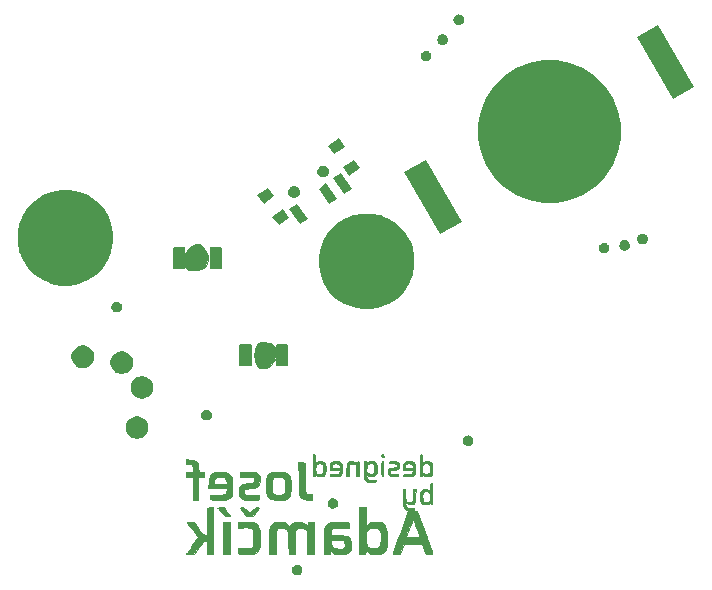
<source format=gbr>
G04 #@! TF.GenerationSoftware,KiCad,Pcbnew,5.1.4-e60b266~84~ubuntu19.04.1*
G04 #@! TF.CreationDate,2019-09-15T17:58:53+02:00*
G04 #@! TF.ProjectId,sepiapcb2,73657069-6170-4636-9232-2e6b69636164,rev?*
G04 #@! TF.SameCoordinates,Original*
G04 #@! TF.FileFunction,Soldermask,Bot*
G04 #@! TF.FilePolarity,Negative*
%FSLAX46Y46*%
G04 Gerber Fmt 4.6, Leading zero omitted, Abs format (unit mm)*
G04 Created by KiCad (PCBNEW 5.1.4-e60b266~84~ubuntu19.04.1) date 2019-09-15 17:58:53*
%MOMM*%
%LPD*%
G04 APERTURE LIST*
%ADD10C,0.010000*%
%ADD11C,0.900000*%
%ADD12C,0.100000*%
G04 APERTURE END LIST*
D10*
G36*
X75499657Y-54123156D02*
G01*
X75689168Y-54270741D01*
X75848121Y-54493244D01*
X75937413Y-54689080D01*
X76034662Y-55035074D01*
X76055969Y-55348016D01*
X76004556Y-55623169D01*
X75883641Y-55855797D01*
X75696445Y-56041162D01*
X75446189Y-56174527D01*
X75136092Y-56251155D01*
X74863756Y-56268537D01*
X74582996Y-56246409D01*
X74389039Y-56189189D01*
X74190476Y-56055231D01*
X74048350Y-55866875D01*
X73970125Y-55638788D01*
X73963264Y-55385635D01*
X73966802Y-55359423D01*
X74032881Y-55117238D01*
X74152963Y-54860446D01*
X74312251Y-54610602D01*
X74495948Y-54389260D01*
X74689258Y-54217975D01*
X74795460Y-54152327D01*
X75048034Y-54061708D01*
X75284356Y-54052731D01*
X75499657Y-54123156D01*
X75499657Y-54123156D01*
G37*
X75499657Y-54123156D02*
X75689168Y-54270741D01*
X75848121Y-54493244D01*
X75937413Y-54689080D01*
X76034662Y-55035074D01*
X76055969Y-55348016D01*
X76004556Y-55623169D01*
X75883641Y-55855797D01*
X75696445Y-56041162D01*
X75446189Y-56174527D01*
X75136092Y-56251155D01*
X74863756Y-56268537D01*
X74582996Y-56246409D01*
X74389039Y-56189189D01*
X74190476Y-56055231D01*
X74048350Y-55866875D01*
X73970125Y-55638788D01*
X73963264Y-55385635D01*
X73966802Y-55359423D01*
X74032881Y-55117238D01*
X74152963Y-54860446D01*
X74312251Y-54610602D01*
X74495948Y-54389260D01*
X74689258Y-54217975D01*
X74795460Y-54152327D01*
X75048034Y-54061708D01*
X75284356Y-54052731D01*
X75499657Y-54123156D01*
G36*
X80931954Y-62318671D02*
G01*
X81167141Y-62367531D01*
X81387668Y-62446020D01*
X81571976Y-62550239D01*
X81657050Y-62624399D01*
X81781726Y-62815923D01*
X81843418Y-63043320D01*
X81848102Y-63293342D01*
X81801757Y-63552740D01*
X81710358Y-63808269D01*
X81579883Y-64046678D01*
X81416309Y-64254722D01*
X81225613Y-64419151D01*
X81013771Y-64526719D01*
X80786761Y-64564177D01*
X80781918Y-64564117D01*
X80642746Y-64551357D01*
X80521509Y-64523660D01*
X80509555Y-64519241D01*
X80329280Y-64404392D01*
X80169706Y-64216167D01*
X80113830Y-64122300D01*
X80074740Y-64039604D01*
X80048621Y-63951237D01*
X80033006Y-63838144D01*
X80025432Y-63681270D01*
X80023431Y-63461561D01*
X80023457Y-63423800D01*
X80025316Y-63195640D01*
X80032072Y-63031790D01*
X80046637Y-62911918D01*
X80071925Y-62815691D01*
X80110850Y-62722775D01*
X80129290Y-62685167D01*
X80212120Y-62548105D01*
X80306503Y-62431484D01*
X80354038Y-62388834D01*
X80503843Y-62325424D01*
X80703669Y-62303336D01*
X80931954Y-62318671D01*
X80931954Y-62318671D01*
G37*
X80931954Y-62318671D02*
X81167141Y-62367531D01*
X81387668Y-62446020D01*
X81571976Y-62550239D01*
X81657050Y-62624399D01*
X81781726Y-62815923D01*
X81843418Y-63043320D01*
X81848102Y-63293342D01*
X81801757Y-63552740D01*
X81710358Y-63808269D01*
X81579883Y-64046678D01*
X81416309Y-64254722D01*
X81225613Y-64419151D01*
X81013771Y-64526719D01*
X80786761Y-64564177D01*
X80781918Y-64564117D01*
X80642746Y-64551357D01*
X80521509Y-64523660D01*
X80509555Y-64519241D01*
X80329280Y-64404392D01*
X80169706Y-64216167D01*
X80113830Y-64122300D01*
X80074740Y-64039604D01*
X80048621Y-63951237D01*
X80033006Y-63838144D01*
X80025432Y-63681270D01*
X80023431Y-63461561D01*
X80023457Y-63423800D01*
X80025316Y-63195640D01*
X80032072Y-63031790D01*
X80046637Y-62911918D01*
X80071925Y-62815691D01*
X80110850Y-62722775D01*
X80129290Y-62685167D01*
X80212120Y-62548105D01*
X80306503Y-62431484D01*
X80354038Y-62388834D01*
X80503843Y-62325424D01*
X80703669Y-62303336D01*
X80931954Y-62318671D01*
G36*
X88894667Y-80254000D02*
G01*
X89148667Y-80254000D01*
X89289519Y-80251646D01*
X89365574Y-80239252D01*
X89396675Y-80208819D01*
X89402667Y-80152351D01*
X89402667Y-80151629D01*
X89412346Y-80019250D01*
X89445091Y-79966978D01*
X89506463Y-79992082D01*
X89579028Y-80065036D01*
X89697845Y-80171585D01*
X89843985Y-80241998D01*
X90034919Y-80281620D01*
X90288120Y-80295800D01*
X90334000Y-80296064D01*
X90548329Y-80286916D01*
X90710940Y-80255445D01*
X90830165Y-80207829D01*
X90953229Y-80130289D01*
X91046350Y-80023786D01*
X91122542Y-79886970D01*
X91171966Y-79776884D01*
X91206190Y-79670600D01*
X91228973Y-79546742D01*
X91244073Y-79383935D01*
X91255247Y-79160803D01*
X91256699Y-79123874D01*
X91260421Y-78764381D01*
X90709415Y-78764381D01*
X90708569Y-79049958D01*
X90699408Y-79191764D01*
X90663857Y-79433862D01*
X90601251Y-79603296D01*
X90507035Y-79709023D01*
X90414851Y-79751356D01*
X90238415Y-79779221D01*
X90036538Y-79779876D01*
X89850424Y-79754776D01*
X89764433Y-79728369D01*
X89650204Y-79669357D01*
X89568726Y-79593458D01*
X89514802Y-79486502D01*
X89483237Y-79334313D01*
X89468834Y-79122718D01*
X89466167Y-78914883D01*
X89471470Y-78648730D01*
X89491296Y-78452870D01*
X89531517Y-78313371D01*
X89598004Y-78216303D01*
X89696631Y-78147733D01*
X89808877Y-78101876D01*
X89991641Y-78064131D01*
X90189207Y-78062583D01*
X90374505Y-78093810D01*
X90520470Y-78154388D01*
X90573857Y-78198611D01*
X90640213Y-78324101D01*
X90686015Y-78517560D01*
X90709415Y-78764381D01*
X91260421Y-78764381D01*
X91260842Y-78723790D01*
X91237875Y-78395720D01*
X91185448Y-78130715D01*
X91101210Y-77919823D01*
X90982812Y-77754094D01*
X90870892Y-77654576D01*
X90781183Y-77604596D01*
X90661233Y-77573097D01*
X90488030Y-77554899D01*
X90409379Y-77550659D01*
X90116451Y-77553165D01*
X89885693Y-77593315D01*
X89701540Y-77675212D01*
X89582583Y-77768458D01*
X89445000Y-77899942D01*
X89445000Y-76317000D01*
X88894667Y-76317000D01*
X88894667Y-80254000D01*
X88894667Y-80254000D01*
G37*
X88894667Y-80254000D02*
X89148667Y-80254000D01*
X89289519Y-80251646D01*
X89365574Y-80239252D01*
X89396675Y-80208819D01*
X89402667Y-80152351D01*
X89402667Y-80151629D01*
X89412346Y-80019250D01*
X89445091Y-79966978D01*
X89506463Y-79992082D01*
X89579028Y-80065036D01*
X89697845Y-80171585D01*
X89843985Y-80241998D01*
X90034919Y-80281620D01*
X90288120Y-80295800D01*
X90334000Y-80296064D01*
X90548329Y-80286916D01*
X90710940Y-80255445D01*
X90830165Y-80207829D01*
X90953229Y-80130289D01*
X91046350Y-80023786D01*
X91122542Y-79886970D01*
X91171966Y-79776884D01*
X91206190Y-79670600D01*
X91228973Y-79546742D01*
X91244073Y-79383935D01*
X91255247Y-79160803D01*
X91256699Y-79123874D01*
X91260421Y-78764381D01*
X90709415Y-78764381D01*
X90708569Y-79049958D01*
X90699408Y-79191764D01*
X90663857Y-79433862D01*
X90601251Y-79603296D01*
X90507035Y-79709023D01*
X90414851Y-79751356D01*
X90238415Y-79779221D01*
X90036538Y-79779876D01*
X89850424Y-79754776D01*
X89764433Y-79728369D01*
X89650204Y-79669357D01*
X89568726Y-79593458D01*
X89514802Y-79486502D01*
X89483237Y-79334313D01*
X89468834Y-79122718D01*
X89466167Y-78914883D01*
X89471470Y-78648730D01*
X89491296Y-78452870D01*
X89531517Y-78313371D01*
X89598004Y-78216303D01*
X89696631Y-78147733D01*
X89808877Y-78101876D01*
X89991641Y-78064131D01*
X90189207Y-78062583D01*
X90374505Y-78093810D01*
X90520470Y-78154388D01*
X90573857Y-78198611D01*
X90640213Y-78324101D01*
X90686015Y-78517560D01*
X90709415Y-78764381D01*
X91260421Y-78764381D01*
X91260842Y-78723790D01*
X91237875Y-78395720D01*
X91185448Y-78130715D01*
X91101210Y-77919823D01*
X90982812Y-77754094D01*
X90870892Y-77654576D01*
X90781183Y-77604596D01*
X90661233Y-77573097D01*
X90488030Y-77554899D01*
X90409379Y-77550659D01*
X90116451Y-77553165D01*
X89885693Y-77593315D01*
X89701540Y-77675212D01*
X89582583Y-77768458D01*
X89445000Y-77899942D01*
X89445000Y-76317000D01*
X88894667Y-76317000D01*
X88894667Y-80254000D01*
G36*
X86804068Y-77555232D02*
G01*
X86525568Y-77586147D01*
X86311485Y-77644262D01*
X86152703Y-77733991D01*
X86040106Y-77859747D01*
X85964578Y-78025943D01*
X85935106Y-78138181D01*
X85921392Y-78244731D01*
X85909329Y-78420268D01*
X85899536Y-78649119D01*
X85892634Y-78915611D01*
X85889243Y-79204072D01*
X85889000Y-79303584D01*
X85889000Y-80254000D01*
X86389558Y-80254000D01*
X86417775Y-80086985D01*
X86445992Y-79919971D01*
X86567630Y-80058509D01*
X86687464Y-80161057D01*
X86828050Y-80237414D01*
X86854962Y-80246690D01*
X87040079Y-80282284D01*
X87263115Y-80296136D01*
X87493888Y-80289155D01*
X87702214Y-80262248D01*
X87857500Y-80216516D01*
X88006995Y-80125069D01*
X88107969Y-80003013D01*
X88167224Y-79835663D01*
X88191560Y-79608332D01*
X88192244Y-79553337D01*
X87656914Y-79553337D01*
X87647770Y-79610182D01*
X87608235Y-79708631D01*
X87532325Y-79773173D01*
X87407010Y-79808531D01*
X87219259Y-79819427D01*
X87078466Y-79816469D01*
X86901740Y-79807693D01*
X86786777Y-79793254D01*
X86710681Y-79766232D01*
X86650560Y-79719709D01*
X86607872Y-79674246D01*
X86536510Y-79563201D01*
X86482141Y-79422290D01*
X86451121Y-79278824D01*
X86449804Y-79160114D01*
X86474529Y-79101204D01*
X86537378Y-79081734D01*
X86663177Y-79071392D01*
X86830808Y-79069278D01*
X87019149Y-79074495D01*
X87207081Y-79086144D01*
X87373485Y-79103327D01*
X87497239Y-79125146D01*
X87553660Y-79147103D01*
X87617749Y-79245228D01*
X87654445Y-79391851D01*
X87656914Y-79553337D01*
X88192244Y-79553337D01*
X88193008Y-79492000D01*
X88178631Y-79233247D01*
X88135729Y-79041654D01*
X88058546Y-78902834D01*
X87941323Y-78802400D01*
X87909700Y-78784087D01*
X87838551Y-78754045D01*
X87742547Y-78731817D01*
X87607464Y-78715836D01*
X87419082Y-78704531D01*
X87163177Y-78696334D01*
X87101135Y-78694896D01*
X86429436Y-78680051D01*
X86457981Y-78464869D01*
X86491829Y-78279145D01*
X86539701Y-78160265D01*
X86610643Y-78090553D01*
X86661539Y-78067198D01*
X86736121Y-78055927D01*
X86877883Y-78047279D01*
X87069360Y-78041868D01*
X87293091Y-78040307D01*
X87404557Y-78041080D01*
X88052280Y-78048497D01*
X88039557Y-77828869D01*
X88026833Y-77609240D01*
X87857500Y-77579393D01*
X87748727Y-77567530D01*
X87578815Y-77557468D01*
X87371288Y-77550290D01*
X87156100Y-77547106D01*
X86804068Y-77555232D01*
X86804068Y-77555232D01*
G37*
X86804068Y-77555232D02*
X86525568Y-77586147D01*
X86311485Y-77644262D01*
X86152703Y-77733991D01*
X86040106Y-77859747D01*
X85964578Y-78025943D01*
X85935106Y-78138181D01*
X85921392Y-78244731D01*
X85909329Y-78420268D01*
X85899536Y-78649119D01*
X85892634Y-78915611D01*
X85889243Y-79204072D01*
X85889000Y-79303584D01*
X85889000Y-80254000D01*
X86389558Y-80254000D01*
X86417775Y-80086985D01*
X86445992Y-79919971D01*
X86567630Y-80058509D01*
X86687464Y-80161057D01*
X86828050Y-80237414D01*
X86854962Y-80246690D01*
X87040079Y-80282284D01*
X87263115Y-80296136D01*
X87493888Y-80289155D01*
X87702214Y-80262248D01*
X87857500Y-80216516D01*
X88006995Y-80125069D01*
X88107969Y-80003013D01*
X88167224Y-79835663D01*
X88191560Y-79608332D01*
X88192244Y-79553337D01*
X87656914Y-79553337D01*
X87647770Y-79610182D01*
X87608235Y-79708631D01*
X87532325Y-79773173D01*
X87407010Y-79808531D01*
X87219259Y-79819427D01*
X87078466Y-79816469D01*
X86901740Y-79807693D01*
X86786777Y-79793254D01*
X86710681Y-79766232D01*
X86650560Y-79719709D01*
X86607872Y-79674246D01*
X86536510Y-79563201D01*
X86482141Y-79422290D01*
X86451121Y-79278824D01*
X86449804Y-79160114D01*
X86474529Y-79101204D01*
X86537378Y-79081734D01*
X86663177Y-79071392D01*
X86830808Y-79069278D01*
X87019149Y-79074495D01*
X87207081Y-79086144D01*
X87373485Y-79103327D01*
X87497239Y-79125146D01*
X87553660Y-79147103D01*
X87617749Y-79245228D01*
X87654445Y-79391851D01*
X87656914Y-79553337D01*
X88192244Y-79553337D01*
X88193008Y-79492000D01*
X88178631Y-79233247D01*
X88135729Y-79041654D01*
X88058546Y-78902834D01*
X87941323Y-78802400D01*
X87909700Y-78784087D01*
X87838551Y-78754045D01*
X87742547Y-78731817D01*
X87607464Y-78715836D01*
X87419082Y-78704531D01*
X87163177Y-78696334D01*
X87101135Y-78694896D01*
X86429436Y-78680051D01*
X86457981Y-78464869D01*
X86491829Y-78279145D01*
X86539701Y-78160265D01*
X86610643Y-78090553D01*
X86661539Y-78067198D01*
X86736121Y-78055927D01*
X86877883Y-78047279D01*
X87069360Y-78041868D01*
X87293091Y-78040307D01*
X87404557Y-78041080D01*
X88052280Y-78048497D01*
X88039557Y-77828869D01*
X88026833Y-77609240D01*
X87857500Y-77579393D01*
X87748727Y-77567530D01*
X87578815Y-77557468D01*
X87371288Y-77550290D01*
X87156100Y-77547106D01*
X86804068Y-77555232D01*
G36*
X79131074Y-77547666D02*
G01*
X78930296Y-77557727D01*
X78808750Y-77571838D01*
X78650000Y-77598078D01*
X78650000Y-78080987D01*
X78914583Y-78043452D01*
X79115734Y-78026980D01*
X79327697Y-78029193D01*
X79522909Y-78048133D01*
X79673807Y-78081843D01*
X79718479Y-78100538D01*
X79798985Y-78163906D01*
X79856341Y-78262686D01*
X79893595Y-78408955D01*
X79913797Y-78614793D01*
X79919998Y-78892276D01*
X79920000Y-78898591D01*
X79913571Y-79189360D01*
X79892289Y-79407967D01*
X79853166Y-79566083D01*
X79793211Y-79675376D01*
X79709436Y-79747516D01*
X79701334Y-79752190D01*
X79608853Y-79780072D01*
X79448199Y-79796195D01*
X79212709Y-79801092D01*
X79102947Y-79800132D01*
X78603395Y-79792734D01*
X78616114Y-80012550D01*
X78627415Y-80142435D01*
X78650996Y-80211887D01*
X78700570Y-80245126D01*
X78755833Y-80259341D01*
X78900397Y-80278346D01*
X79095833Y-80288468D01*
X79318358Y-80290223D01*
X79544187Y-80284124D01*
X79749534Y-80270688D01*
X79910615Y-80250429D01*
X79983500Y-80232748D01*
X80185772Y-80118105D01*
X80342829Y-79940156D01*
X80434391Y-79737074D01*
X80458206Y-79604473D01*
X80474911Y-79409044D01*
X80484534Y-79172325D01*
X80487102Y-78915856D01*
X80482640Y-78661173D01*
X80471177Y-78429815D01*
X80452738Y-78243320D01*
X80432401Y-78138868D01*
X80340284Y-77944910D01*
X80193500Y-77770628D01*
X80015979Y-77640510D01*
X79897879Y-77591884D01*
X79765457Y-77569151D01*
X79575571Y-77553873D01*
X79355138Y-77546546D01*
X79131074Y-77547666D01*
X79131074Y-77547666D01*
G37*
X79131074Y-77547666D02*
X78930296Y-77557727D01*
X78808750Y-77571838D01*
X78650000Y-77598078D01*
X78650000Y-78080987D01*
X78914583Y-78043452D01*
X79115734Y-78026980D01*
X79327697Y-78029193D01*
X79522909Y-78048133D01*
X79673807Y-78081843D01*
X79718479Y-78100538D01*
X79798985Y-78163906D01*
X79856341Y-78262686D01*
X79893595Y-78408955D01*
X79913797Y-78614793D01*
X79919998Y-78892276D01*
X79920000Y-78898591D01*
X79913571Y-79189360D01*
X79892289Y-79407967D01*
X79853166Y-79566083D01*
X79793211Y-79675376D01*
X79709436Y-79747516D01*
X79701334Y-79752190D01*
X79608853Y-79780072D01*
X79448199Y-79796195D01*
X79212709Y-79801092D01*
X79102947Y-79800132D01*
X78603395Y-79792734D01*
X78616114Y-80012550D01*
X78627415Y-80142435D01*
X78650996Y-80211887D01*
X78700570Y-80245126D01*
X78755833Y-80259341D01*
X78900397Y-80278346D01*
X79095833Y-80288468D01*
X79318358Y-80290223D01*
X79544187Y-80284124D01*
X79749534Y-80270688D01*
X79910615Y-80250429D01*
X79983500Y-80232748D01*
X80185772Y-80118105D01*
X80342829Y-79940156D01*
X80434391Y-79737074D01*
X80458206Y-79604473D01*
X80474911Y-79409044D01*
X80484534Y-79172325D01*
X80487102Y-78915856D01*
X80482640Y-78661173D01*
X80471177Y-78429815D01*
X80452738Y-78243320D01*
X80432401Y-78138868D01*
X80340284Y-77944910D01*
X80193500Y-77770628D01*
X80015979Y-77640510D01*
X79897879Y-77591884D01*
X79765457Y-77569151D01*
X79575571Y-77553873D01*
X79355138Y-77546546D01*
X79131074Y-77547666D01*
G36*
X92374836Y-78404480D02*
G01*
X92241919Y-78774924D01*
X92118262Y-79120854D01*
X92006739Y-79434136D01*
X91910224Y-79706636D01*
X91831590Y-79930221D01*
X91773711Y-80096757D01*
X91739462Y-80198110D01*
X91731000Y-80226668D01*
X91769727Y-80240218D01*
X91871824Y-80247076D01*
X92016168Y-80245946D01*
X92033889Y-80245271D01*
X92336778Y-80232833D01*
X92631536Y-79407333D01*
X93409982Y-79407333D01*
X93684167Y-79407630D01*
X93885588Y-79409452D01*
X94026150Y-79414194D01*
X94117757Y-79423252D01*
X94172312Y-79438022D01*
X94201720Y-79459899D01*
X94217883Y-79490278D01*
X94222402Y-79502583D01*
X94252477Y-79586762D01*
X94301606Y-79724130D01*
X94360304Y-79888166D01*
X94373816Y-79925917D01*
X94491257Y-80254000D01*
X94786399Y-80254000D01*
X94948067Y-80249899D01*
X95037941Y-80235930D01*
X95068569Y-80209591D01*
X95067854Y-80197921D01*
X95051084Y-80147472D01*
X95008616Y-80025714D01*
X94943420Y-79841003D01*
X94858467Y-79601696D01*
X94756728Y-79316147D01*
X94641173Y-78992714D01*
X94592573Y-78857000D01*
X94014905Y-78857000D01*
X92825961Y-78857000D01*
X92855597Y-78761750D01*
X92915503Y-78577848D01*
X92988477Y-78367085D01*
X93069303Y-78143029D01*
X93152766Y-77919248D01*
X93233650Y-77709309D01*
X93306739Y-77526780D01*
X93366817Y-77385230D01*
X93408669Y-77298226D01*
X93426190Y-77277456D01*
X93450669Y-77327197D01*
X93497550Y-77442745D01*
X93561392Y-77609950D01*
X93636752Y-77814661D01*
X93691775Y-77968000D01*
X93773643Y-78197862D01*
X93848723Y-78407523D01*
X93911081Y-78580502D01*
X93954788Y-78700322D01*
X93969877Y-78740583D01*
X94014905Y-78857000D01*
X94592573Y-78857000D01*
X94514774Y-78639752D01*
X94420715Y-78377587D01*
X93787264Y-76613333D01*
X93018672Y-76613333D01*
X92374836Y-78404480D01*
X92374836Y-78404480D01*
G37*
X92374836Y-78404480D02*
X92241919Y-78774924D01*
X92118262Y-79120854D01*
X92006739Y-79434136D01*
X91910224Y-79706636D01*
X91831590Y-79930221D01*
X91773711Y-80096757D01*
X91739462Y-80198110D01*
X91731000Y-80226668D01*
X91769727Y-80240218D01*
X91871824Y-80247076D01*
X92016168Y-80245946D01*
X92033889Y-80245271D01*
X92336778Y-80232833D01*
X92631536Y-79407333D01*
X93409982Y-79407333D01*
X93684167Y-79407630D01*
X93885588Y-79409452D01*
X94026150Y-79414194D01*
X94117757Y-79423252D01*
X94172312Y-79438022D01*
X94201720Y-79459899D01*
X94217883Y-79490278D01*
X94222402Y-79502583D01*
X94252477Y-79586762D01*
X94301606Y-79724130D01*
X94360304Y-79888166D01*
X94373816Y-79925917D01*
X94491257Y-80254000D01*
X94786399Y-80254000D01*
X94948067Y-80249899D01*
X95037941Y-80235930D01*
X95068569Y-80209591D01*
X95067854Y-80197921D01*
X95051084Y-80147472D01*
X95008616Y-80025714D01*
X94943420Y-79841003D01*
X94858467Y-79601696D01*
X94756728Y-79316147D01*
X94641173Y-78992714D01*
X94592573Y-78857000D01*
X94014905Y-78857000D01*
X92825961Y-78857000D01*
X92855597Y-78761750D01*
X92915503Y-78577848D01*
X92988477Y-78367085D01*
X93069303Y-78143029D01*
X93152766Y-77919248D01*
X93233650Y-77709309D01*
X93306739Y-77526780D01*
X93366817Y-77385230D01*
X93408669Y-77298226D01*
X93426190Y-77277456D01*
X93450669Y-77327197D01*
X93497550Y-77442745D01*
X93561392Y-77609950D01*
X93636752Y-77814661D01*
X93691775Y-77968000D01*
X93773643Y-78197862D01*
X93848723Y-78407523D01*
X93911081Y-78580502D01*
X93954788Y-78700322D01*
X93969877Y-78740583D01*
X94014905Y-78857000D01*
X94592573Y-78857000D01*
X94514774Y-78639752D01*
X94420715Y-78377587D01*
X93787264Y-76613333D01*
X93018672Y-76613333D01*
X92374836Y-78404480D01*
G36*
X83434453Y-77560830D02*
G01*
X83237227Y-77613367D01*
X83085801Y-77708344D01*
X83003221Y-77796779D01*
X82897300Y-77932121D01*
X82823517Y-77819513D01*
X82686482Y-77686203D01*
X82481289Y-77595837D01*
X82214019Y-77550652D01*
X82079000Y-77545662D01*
X81829506Y-77558872D01*
X81644117Y-77605561D01*
X81506120Y-77693979D01*
X81398803Y-77832371D01*
X81362978Y-77898994D01*
X81331501Y-77965921D01*
X81306960Y-78031987D01*
X81288240Y-78108873D01*
X81274228Y-78208258D01*
X81263808Y-78341823D01*
X81255867Y-78521247D01*
X81249289Y-78758209D01*
X81242962Y-79064391D01*
X81240795Y-79179577D01*
X81220800Y-80254000D01*
X81820723Y-80254000D01*
X81833445Y-79239432D01*
X81838378Y-78910120D01*
X81844371Y-78655547D01*
X81852136Y-78465789D01*
X81862383Y-78330918D01*
X81875821Y-78241008D01*
X81893162Y-78186134D01*
X81910676Y-78160435D01*
X82013266Y-78104611D01*
X82168630Y-78071846D01*
X82347230Y-78065370D01*
X82519526Y-78088418D01*
X82534239Y-78092192D01*
X82630215Y-78122852D01*
X82705334Y-78163743D01*
X82762365Y-78224929D01*
X82804079Y-78316476D01*
X82833248Y-78448448D01*
X82852641Y-78630912D01*
X82865029Y-78873933D01*
X82873182Y-79187575D01*
X82875847Y-79333250D01*
X82891625Y-80254000D01*
X83433667Y-80254000D01*
X83433903Y-79354417D01*
X83435538Y-79002434D01*
X83441357Y-78725423D01*
X83453045Y-78513723D01*
X83472281Y-78357676D01*
X83500749Y-78247624D01*
X83540132Y-78173906D01*
X83592110Y-78126865D01*
X83652587Y-78098815D01*
X83868280Y-78054881D01*
X84073840Y-78069005D01*
X84251323Y-78135462D01*
X84382784Y-78248526D01*
X84436694Y-78349000D01*
X84456654Y-78455137D01*
X84472173Y-78640365D01*
X84482968Y-78899208D01*
X84488758Y-79226194D01*
X84489611Y-79375583D01*
X84492000Y-80254000D01*
X85042333Y-80254000D01*
X85042333Y-77587000D01*
X84534333Y-77587000D01*
X84534333Y-77756333D01*
X84523553Y-77877909D01*
X84493719Y-77921037D01*
X84448591Y-77883502D01*
X84417501Y-77825242D01*
X84322321Y-77711721D01*
X84160065Y-77623124D01*
X83946177Y-77565443D01*
X83696102Y-77544668D01*
X83694108Y-77544667D01*
X83434453Y-77560830D01*
X83434453Y-77560830D01*
G37*
X83434453Y-77560830D02*
X83237227Y-77613367D01*
X83085801Y-77708344D01*
X83003221Y-77796779D01*
X82897300Y-77932121D01*
X82823517Y-77819513D01*
X82686482Y-77686203D01*
X82481289Y-77595837D01*
X82214019Y-77550652D01*
X82079000Y-77545662D01*
X81829506Y-77558872D01*
X81644117Y-77605561D01*
X81506120Y-77693979D01*
X81398803Y-77832371D01*
X81362978Y-77898994D01*
X81331501Y-77965921D01*
X81306960Y-78031987D01*
X81288240Y-78108873D01*
X81274228Y-78208258D01*
X81263808Y-78341823D01*
X81255867Y-78521247D01*
X81249289Y-78758209D01*
X81242962Y-79064391D01*
X81240795Y-79179577D01*
X81220800Y-80254000D01*
X81820723Y-80254000D01*
X81833445Y-79239432D01*
X81838378Y-78910120D01*
X81844371Y-78655547D01*
X81852136Y-78465789D01*
X81862383Y-78330918D01*
X81875821Y-78241008D01*
X81893162Y-78186134D01*
X81910676Y-78160435D01*
X82013266Y-78104611D01*
X82168630Y-78071846D01*
X82347230Y-78065370D01*
X82519526Y-78088418D01*
X82534239Y-78092192D01*
X82630215Y-78122852D01*
X82705334Y-78163743D01*
X82762365Y-78224929D01*
X82804079Y-78316476D01*
X82833248Y-78448448D01*
X82852641Y-78630912D01*
X82865029Y-78873933D01*
X82873182Y-79187575D01*
X82875847Y-79333250D01*
X82891625Y-80254000D01*
X83433667Y-80254000D01*
X83433903Y-79354417D01*
X83435538Y-79002434D01*
X83441357Y-78725423D01*
X83453045Y-78513723D01*
X83472281Y-78357676D01*
X83500749Y-78247624D01*
X83540132Y-78173906D01*
X83592110Y-78126865D01*
X83652587Y-78098815D01*
X83868280Y-78054881D01*
X84073840Y-78069005D01*
X84251323Y-78135462D01*
X84382784Y-78248526D01*
X84436694Y-78349000D01*
X84456654Y-78455137D01*
X84472173Y-78640365D01*
X84482968Y-78899208D01*
X84488758Y-79226194D01*
X84489611Y-79375583D01*
X84492000Y-80254000D01*
X85042333Y-80254000D01*
X85042333Y-77587000D01*
X84534333Y-77587000D01*
X84534333Y-77756333D01*
X84523553Y-77877909D01*
X84493719Y-77921037D01*
X84448591Y-77883502D01*
X84417501Y-77825242D01*
X84322321Y-77711721D01*
X84160065Y-77623124D01*
X83946177Y-77565443D01*
X83696102Y-77544668D01*
X83694108Y-77544667D01*
X83434453Y-77560830D01*
G36*
X77380000Y-80254000D02*
G01*
X77972667Y-80254000D01*
X77972667Y-77587000D01*
X77380000Y-77587000D01*
X77380000Y-80254000D01*
X77380000Y-80254000D01*
G37*
X77380000Y-80254000D02*
X77972667Y-80254000D01*
X77972667Y-77587000D01*
X77380000Y-77587000D01*
X77380000Y-80254000D01*
G36*
X76268750Y-76325563D02*
G01*
X76004167Y-76338167D01*
X75981639Y-78645333D01*
X75836547Y-78645333D01*
X75778427Y-78641090D01*
X75724355Y-78621886D01*
X75664030Y-78578007D01*
X75587147Y-78499739D01*
X75483405Y-78377368D01*
X75342501Y-78201182D01*
X75276311Y-78117135D01*
X74861167Y-77588936D01*
X74551752Y-77587968D01*
X74405555Y-77591490D01*
X74302461Y-77601685D01*
X74261664Y-77616482D01*
X74262242Y-77619208D01*
X74293887Y-77661115D01*
X74369762Y-77758048D01*
X74481145Y-77898970D01*
X74619312Y-78072844D01*
X74769018Y-78260470D01*
X75255888Y-78869526D01*
X74751611Y-79539278D01*
X74597278Y-79745337D01*
X74462032Y-79927983D01*
X74353589Y-80076627D01*
X74279663Y-80180675D01*
X74247970Y-80229538D01*
X74247333Y-80231515D01*
X74286181Y-80242351D01*
X74388805Y-80250324D01*
X74534324Y-80253929D01*
X74559112Y-80254000D01*
X74870891Y-80254000D01*
X75289360Y-79703667D01*
X75446910Y-79498053D01*
X75564004Y-79350927D01*
X75650412Y-79252620D01*
X75715905Y-79193461D01*
X75770254Y-79163779D01*
X75823230Y-79153904D01*
X75845415Y-79153333D01*
X75983000Y-79153333D01*
X75983000Y-80254000D01*
X76533333Y-80254000D01*
X76533333Y-76312960D01*
X76268750Y-76325563D01*
X76268750Y-76325563D01*
G37*
X76268750Y-76325563D02*
X76004167Y-76338167D01*
X75981639Y-78645333D01*
X75836547Y-78645333D01*
X75778427Y-78641090D01*
X75724355Y-78621886D01*
X75664030Y-78578007D01*
X75587147Y-78499739D01*
X75483405Y-78377368D01*
X75342501Y-78201182D01*
X75276311Y-78117135D01*
X74861167Y-77588936D01*
X74551752Y-77587968D01*
X74405555Y-77591490D01*
X74302461Y-77601685D01*
X74261664Y-77616482D01*
X74262242Y-77619208D01*
X74293887Y-77661115D01*
X74369762Y-77758048D01*
X74481145Y-77898970D01*
X74619312Y-78072844D01*
X74769018Y-78260470D01*
X75255888Y-78869526D01*
X74751611Y-79539278D01*
X74597278Y-79745337D01*
X74462032Y-79927983D01*
X74353589Y-80076627D01*
X74279663Y-80180675D01*
X74247970Y-80229538D01*
X74247333Y-80231515D01*
X74286181Y-80242351D01*
X74388805Y-80250324D01*
X74534324Y-80253929D01*
X74559112Y-80254000D01*
X74870891Y-80254000D01*
X75289360Y-79703667D01*
X75446910Y-79498053D01*
X75564004Y-79350927D01*
X75650412Y-79252620D01*
X75715905Y-79193461D01*
X75770254Y-79163779D01*
X75823230Y-79153904D01*
X75845415Y-79153333D01*
X75983000Y-79153333D01*
X75983000Y-80254000D01*
X76533333Y-80254000D01*
X76533333Y-76312960D01*
X76268750Y-76325563D01*
G36*
X78881867Y-76323262D02*
G01*
X78813533Y-76338710D01*
X78807889Y-76342556D01*
X78820610Y-76385029D01*
X78875070Y-76479712D01*
X78961893Y-76611314D01*
X79041521Y-76723556D01*
X79300710Y-77079000D01*
X79599772Y-77077900D01*
X79898833Y-77076800D01*
X80142250Y-76740083D01*
X80246198Y-76592131D01*
X80328013Y-76467764D01*
X80376791Y-76383997D01*
X80385667Y-76360183D01*
X80348205Y-76332731D01*
X80255014Y-76317868D01*
X80222474Y-76317000D01*
X80129674Y-76324651D01*
X80050033Y-76356638D01*
X79961243Y-76426507D01*
X79840995Y-76547807D01*
X79839078Y-76549833D01*
X79731073Y-76661195D01*
X79646095Y-76743542D01*
X79599950Y-76781672D01*
X79596986Y-76782667D01*
X79559956Y-76753686D01*
X79482221Y-76677123D01*
X79379472Y-76568544D01*
X79362301Y-76549833D01*
X79244361Y-76426809D01*
X79157078Y-76356222D01*
X79078417Y-76324235D01*
X78991475Y-76317000D01*
X78881867Y-76323262D01*
X78881867Y-76323262D01*
G37*
X78881867Y-76323262D02*
X78813533Y-76338710D01*
X78807889Y-76342556D01*
X78820610Y-76385029D01*
X78875070Y-76479712D01*
X78961893Y-76611314D01*
X79041521Y-76723556D01*
X79300710Y-77079000D01*
X79599772Y-77077900D01*
X79898833Y-77076800D01*
X80142250Y-76740083D01*
X80246198Y-76592131D01*
X80328013Y-76467764D01*
X80376791Y-76383997D01*
X80385667Y-76360183D01*
X80348205Y-76332731D01*
X80255014Y-76317868D01*
X80222474Y-76317000D01*
X80129674Y-76324651D01*
X80050033Y-76356638D01*
X79961243Y-76426507D01*
X79840995Y-76547807D01*
X79839078Y-76549833D01*
X79731073Y-76661195D01*
X79646095Y-76743542D01*
X79599950Y-76781672D01*
X79596986Y-76782667D01*
X79559956Y-76753686D01*
X79482221Y-76677123D01*
X79379472Y-76568544D01*
X79362301Y-76549833D01*
X79244361Y-76426809D01*
X79157078Y-76356222D01*
X79078417Y-76324235D01*
X78991475Y-76317000D01*
X78881867Y-76323262D01*
G36*
X77004105Y-76322526D02*
G01*
X76906343Y-76336966D01*
X76872000Y-76355820D01*
X76899415Y-76400596D01*
X76973731Y-76492217D01*
X77083054Y-76616606D01*
X77193898Y-76736820D01*
X77335530Y-76885948D01*
X77436050Y-76983901D01*
X77512087Y-77041433D01*
X77580266Y-77069295D01*
X77657214Y-77078238D01*
X77723065Y-77079000D01*
X77842399Y-77075300D01*
X77917318Y-77065861D01*
X77930333Y-77058850D01*
X77907220Y-77018226D01*
X77844754Y-76924253D01*
X77753248Y-76792152D01*
X77672220Y-76677850D01*
X77414106Y-76317000D01*
X77143053Y-76317000D01*
X77004105Y-76322526D01*
X77004105Y-76322526D01*
G37*
X77004105Y-76322526D02*
X76906343Y-76336966D01*
X76872000Y-76355820D01*
X76899415Y-76400596D01*
X76973731Y-76492217D01*
X77083054Y-76616606D01*
X77193898Y-76736820D01*
X77335530Y-76885948D01*
X77436050Y-76983901D01*
X77512087Y-77041433D01*
X77580266Y-77069295D01*
X77657214Y-77078238D01*
X77723065Y-77079000D01*
X77842399Y-77075300D01*
X77917318Y-77065861D01*
X77930333Y-77058850D01*
X77907220Y-77018226D01*
X77844754Y-76924253D01*
X77753248Y-76792152D01*
X77672220Y-76677850D01*
X77414106Y-76317000D01*
X77143053Y-76317000D01*
X77004105Y-76322526D01*
G36*
X93423685Y-75269250D02*
G01*
X93419996Y-75466713D01*
X93410493Y-75636392D01*
X93396692Y-75758257D01*
X93382896Y-75809000D01*
X93309119Y-75854245D01*
X93159873Y-75872109D01*
X93126132Y-75872500D01*
X92995116Y-75865937D01*
X92903095Y-75837901D01*
X92843287Y-75775870D01*
X92808912Y-75667322D01*
X92793189Y-75499737D01*
X92789337Y-75260593D01*
X92789333Y-75250575D01*
X92789333Y-74793000D01*
X92577667Y-74793000D01*
X92577667Y-75485183D01*
X92580176Y-75795752D01*
X92589446Y-76033085D01*
X92608096Y-76208510D01*
X92638741Y-76333356D01*
X92683999Y-76418950D01*
X92746486Y-76476622D01*
X92814869Y-76512054D01*
X92918733Y-76539685D01*
X93063405Y-76559364D01*
X93222730Y-76569957D01*
X93370557Y-76570327D01*
X93480730Y-76559342D01*
X93523111Y-76542778D01*
X93546872Y-76480936D01*
X93551333Y-76432138D01*
X93542003Y-76382614D01*
X93499439Y-76364787D01*
X93401779Y-76372360D01*
X93363129Y-76377943D01*
X93199125Y-76385669D01*
X93037867Y-76365666D01*
X92904417Y-76323799D01*
X92823833Y-76265937D01*
X92814853Y-76249578D01*
X92795996Y-76159129D01*
X92789333Y-76057137D01*
X92793879Y-75971930D01*
X92821207Y-75958257D01*
X92883420Y-75997099D01*
X93010772Y-76047168D01*
X93177652Y-76064041D01*
X93348046Y-76048576D01*
X93485942Y-76001628D01*
X93514894Y-75982098D01*
X93555890Y-75943987D01*
X93584441Y-75897221D01*
X93603368Y-75826190D01*
X93615492Y-75715286D01*
X93623634Y-75548900D01*
X93629668Y-75347098D01*
X93644503Y-74793000D01*
X93424333Y-74793000D01*
X93423685Y-75269250D01*
X93423685Y-75269250D01*
G37*
X93423685Y-75269250D02*
X93419996Y-75466713D01*
X93410493Y-75636392D01*
X93396692Y-75758257D01*
X93382896Y-75809000D01*
X93309119Y-75854245D01*
X93159873Y-75872109D01*
X93126132Y-75872500D01*
X92995116Y-75865937D01*
X92903095Y-75837901D01*
X92843287Y-75775870D01*
X92808912Y-75667322D01*
X92793189Y-75499737D01*
X92789337Y-75260593D01*
X92789333Y-75250575D01*
X92789333Y-74793000D01*
X92577667Y-74793000D01*
X92577667Y-75485183D01*
X92580176Y-75795752D01*
X92589446Y-76033085D01*
X92608096Y-76208510D01*
X92638741Y-76333356D01*
X92683999Y-76418950D01*
X92746486Y-76476622D01*
X92814869Y-76512054D01*
X92918733Y-76539685D01*
X93063405Y-76559364D01*
X93222730Y-76569957D01*
X93370557Y-76570327D01*
X93480730Y-76559342D01*
X93523111Y-76542778D01*
X93546872Y-76480936D01*
X93551333Y-76432138D01*
X93542003Y-76382614D01*
X93499439Y-76364787D01*
X93401779Y-76372360D01*
X93363129Y-76377943D01*
X93199125Y-76385669D01*
X93037867Y-76365666D01*
X92904417Y-76323799D01*
X92823833Y-76265937D01*
X92814853Y-76249578D01*
X92795996Y-76159129D01*
X92789333Y-76057137D01*
X92793879Y-75971930D01*
X92821207Y-75958257D01*
X92883420Y-75997099D01*
X93010772Y-76047168D01*
X93177652Y-76064041D01*
X93348046Y-76048576D01*
X93485942Y-76001628D01*
X93514894Y-75982098D01*
X93555890Y-75943987D01*
X93584441Y-75897221D01*
X93603368Y-75826190D01*
X93615492Y-75715286D01*
X93623634Y-75548900D01*
X93629668Y-75347098D01*
X93644503Y-74793000D01*
X93424333Y-74793000D01*
X93423685Y-75269250D01*
G36*
X94948482Y-74249737D02*
G01*
X94923200Y-74282302D01*
X94910562Y-74357393D01*
X94906312Y-74492041D01*
X94906000Y-74581333D01*
X94902348Y-74738391D01*
X94892643Y-74856393D01*
X94878760Y-74915414D01*
X94874250Y-74918653D01*
X94819125Y-74894549D01*
X94760326Y-74855153D01*
X94661418Y-74816221D01*
X94515581Y-74796336D01*
X94358673Y-74796793D01*
X94226551Y-74818893D01*
X94188003Y-74834440D01*
X94102129Y-74927117D01*
X94045264Y-75094952D01*
X94018815Y-75333065D01*
X94017000Y-75428000D01*
X94032913Y-75688632D01*
X94079714Y-75880627D01*
X94155998Y-75999104D01*
X94188003Y-76021560D01*
X94272735Y-76044886D01*
X94406342Y-76059917D01*
X94501050Y-76063000D01*
X94661583Y-76053595D01*
X94765912Y-76020648D01*
X94821333Y-75978333D01*
X94882022Y-75921071D01*
X94903394Y-75923676D01*
X94906000Y-75978333D01*
X94935934Y-76049085D01*
X94990667Y-76063000D01*
X95018535Y-76059846D01*
X95039506Y-76043368D01*
X95054560Y-76003041D01*
X95064674Y-75928339D01*
X95070830Y-75808738D01*
X95074004Y-75633711D01*
X95074981Y-75432967D01*
X94884639Y-75432967D01*
X94881559Y-75594602D01*
X94867599Y-75696099D01*
X94836075Y-75761879D01*
X94780299Y-75816368D01*
X94779498Y-75817018D01*
X94681631Y-75873629D01*
X94561787Y-75887258D01*
X94488513Y-75881479D01*
X94366752Y-75856417D01*
X94281844Y-75818376D01*
X94266413Y-75803026D01*
X94248832Y-75734969D01*
X94235711Y-75607710D01*
X94229505Y-75446691D01*
X94229315Y-75418392D01*
X94231159Y-75250788D01*
X94241372Y-75146113D01*
X94265747Y-75082671D01*
X94310079Y-75038765D01*
X94335320Y-75021403D01*
X94475391Y-74971346D01*
X94596972Y-74976674D01*
X94732821Y-75011529D01*
X94818900Y-75073794D01*
X94865605Y-75179960D01*
X94883333Y-75346518D01*
X94884639Y-75432967D01*
X95074981Y-75432967D01*
X95075178Y-75392734D01*
X95075333Y-75152833D01*
X95075040Y-74853252D01*
X95073507Y-74627811D01*
X95069756Y-74465987D01*
X95062807Y-74357252D01*
X95051681Y-74291084D01*
X95035400Y-74256955D01*
X95012983Y-74244341D01*
X94990667Y-74242667D01*
X94948482Y-74249737D01*
X94948482Y-74249737D01*
G37*
X94948482Y-74249737D02*
X94923200Y-74282302D01*
X94910562Y-74357393D01*
X94906312Y-74492041D01*
X94906000Y-74581333D01*
X94902348Y-74738391D01*
X94892643Y-74856393D01*
X94878760Y-74915414D01*
X94874250Y-74918653D01*
X94819125Y-74894549D01*
X94760326Y-74855153D01*
X94661418Y-74816221D01*
X94515581Y-74796336D01*
X94358673Y-74796793D01*
X94226551Y-74818893D01*
X94188003Y-74834440D01*
X94102129Y-74927117D01*
X94045264Y-75094952D01*
X94018815Y-75333065D01*
X94017000Y-75428000D01*
X94032913Y-75688632D01*
X94079714Y-75880627D01*
X94155998Y-75999104D01*
X94188003Y-76021560D01*
X94272735Y-76044886D01*
X94406342Y-76059917D01*
X94501050Y-76063000D01*
X94661583Y-76053595D01*
X94765912Y-76020648D01*
X94821333Y-75978333D01*
X94882022Y-75921071D01*
X94903394Y-75923676D01*
X94906000Y-75978333D01*
X94935934Y-76049085D01*
X94990667Y-76063000D01*
X95018535Y-76059846D01*
X95039506Y-76043368D01*
X95054560Y-76003041D01*
X95064674Y-75928339D01*
X95070830Y-75808738D01*
X95074004Y-75633711D01*
X95074981Y-75432967D01*
X94884639Y-75432967D01*
X94881559Y-75594602D01*
X94867599Y-75696099D01*
X94836075Y-75761879D01*
X94780299Y-75816368D01*
X94779498Y-75817018D01*
X94681631Y-75873629D01*
X94561787Y-75887258D01*
X94488513Y-75881479D01*
X94366752Y-75856417D01*
X94281844Y-75818376D01*
X94266413Y-75803026D01*
X94248832Y-75734969D01*
X94235711Y-75607710D01*
X94229505Y-75446691D01*
X94229315Y-75418392D01*
X94231159Y-75250788D01*
X94241372Y-75146113D01*
X94265747Y-75082671D01*
X94310079Y-75038765D01*
X94335320Y-75021403D01*
X94475391Y-74971346D01*
X94596972Y-74976674D01*
X94732821Y-75011529D01*
X94818900Y-75073794D01*
X94865605Y-75179960D01*
X94883333Y-75346518D01*
X94884639Y-75432967D01*
X95074981Y-75432967D01*
X95075178Y-75392734D01*
X95075333Y-75152833D01*
X95075040Y-74853252D01*
X95073507Y-74627811D01*
X95069756Y-74465987D01*
X95062807Y-74357252D01*
X95051681Y-74291084D01*
X95035400Y-74256955D01*
X95012983Y-74244341D01*
X94990667Y-74242667D01*
X94948482Y-74249737D01*
G36*
X81732280Y-73337120D02*
G01*
X81493855Y-73357074D01*
X81313400Y-73401499D01*
X81182924Y-73479534D01*
X81094434Y-73600315D01*
X81039938Y-73772981D01*
X81011444Y-74006670D01*
X81000960Y-74310521D01*
X80999979Y-74517833D01*
X81002677Y-74827264D01*
X81012823Y-75064257D01*
X81034199Y-75240960D01*
X81070585Y-75369522D01*
X81125760Y-75462092D01*
X81203505Y-75530817D01*
X81307601Y-75587848D01*
X81337081Y-75601214D01*
X81496053Y-75649142D01*
X81711433Y-75684053D01*
X81955690Y-75703993D01*
X82201292Y-75707008D01*
X82420705Y-75691146D01*
X82478464Y-75682205D01*
X82700156Y-75615921D01*
X82862681Y-75501616D01*
X82983801Y-75326631D01*
X82987418Y-75319435D01*
X83019920Y-75243668D01*
X83042799Y-75157836D01*
X83057663Y-75045987D01*
X83066118Y-74892169D01*
X83069471Y-74697832D01*
X82584126Y-74697832D01*
X82583539Y-74860212D01*
X82575924Y-74970768D01*
X82559449Y-75045886D01*
X82532283Y-75101956D01*
X82504230Y-75140807D01*
X82404255Y-75227650D01*
X82264204Y-75266878D01*
X82236546Y-75269772D01*
X82111326Y-75276729D01*
X82017749Y-75274673D01*
X82001454Y-75272148D01*
X81921957Y-75262819D01*
X81806592Y-75258679D01*
X81800371Y-75258667D01*
X81653533Y-75228296D01*
X81571000Y-75174000D01*
X81536587Y-75132076D01*
X81512930Y-75076981D01*
X81498057Y-74993380D01*
X81489994Y-74865937D01*
X81486770Y-74679319D01*
X81486333Y-74515909D01*
X81486974Y-74284935D01*
X81490578Y-74122735D01*
X81499666Y-74013416D01*
X81516761Y-73941084D01*
X81544385Y-73889849D01*
X81585058Y-73843818D01*
X81594491Y-73834327D01*
X81653341Y-73781468D01*
X81714201Y-73750538D01*
X81799523Y-73737022D01*
X81931757Y-73736407D01*
X82058663Y-73741001D01*
X82243628Y-73750910D01*
X82376989Y-73771050D01*
X82467590Y-73813751D01*
X82524274Y-73891345D01*
X82555885Y-74016161D01*
X82571267Y-74200532D01*
X82579262Y-74456787D01*
X82579517Y-74467240D01*
X82584126Y-74697832D01*
X83069471Y-74697832D01*
X83069772Y-74680432D01*
X83070335Y-74496667D01*
X83069004Y-74236611D01*
X83063937Y-74045206D01*
X83053526Y-73906462D01*
X83036164Y-73804388D01*
X83010241Y-73722996D01*
X82987418Y-73672345D01*
X82914817Y-73548563D01*
X82828002Y-73458208D01*
X82713190Y-73396355D01*
X82556596Y-73358075D01*
X82344438Y-73338441D01*
X82062930Y-73332528D01*
X82036667Y-73332500D01*
X81732280Y-73337120D01*
X81732280Y-73337120D01*
G37*
X81732280Y-73337120D02*
X81493855Y-73357074D01*
X81313400Y-73401499D01*
X81182924Y-73479534D01*
X81094434Y-73600315D01*
X81039938Y-73772981D01*
X81011444Y-74006670D01*
X81000960Y-74310521D01*
X80999979Y-74517833D01*
X81002677Y-74827264D01*
X81012823Y-75064257D01*
X81034199Y-75240960D01*
X81070585Y-75369522D01*
X81125760Y-75462092D01*
X81203505Y-75530817D01*
X81307601Y-75587848D01*
X81337081Y-75601214D01*
X81496053Y-75649142D01*
X81711433Y-75684053D01*
X81955690Y-75703993D01*
X82201292Y-75707008D01*
X82420705Y-75691146D01*
X82478464Y-75682205D01*
X82700156Y-75615921D01*
X82862681Y-75501616D01*
X82983801Y-75326631D01*
X82987418Y-75319435D01*
X83019920Y-75243668D01*
X83042799Y-75157836D01*
X83057663Y-75045987D01*
X83066118Y-74892169D01*
X83069471Y-74697832D01*
X82584126Y-74697832D01*
X82583539Y-74860212D01*
X82575924Y-74970768D01*
X82559449Y-75045886D01*
X82532283Y-75101956D01*
X82504230Y-75140807D01*
X82404255Y-75227650D01*
X82264204Y-75266878D01*
X82236546Y-75269772D01*
X82111326Y-75276729D01*
X82017749Y-75274673D01*
X82001454Y-75272148D01*
X81921957Y-75262819D01*
X81806592Y-75258679D01*
X81800371Y-75258667D01*
X81653533Y-75228296D01*
X81571000Y-75174000D01*
X81536587Y-75132076D01*
X81512930Y-75076981D01*
X81498057Y-74993380D01*
X81489994Y-74865937D01*
X81486770Y-74679319D01*
X81486333Y-74515909D01*
X81486974Y-74284935D01*
X81490578Y-74122735D01*
X81499666Y-74013416D01*
X81516761Y-73941084D01*
X81544385Y-73889849D01*
X81585058Y-73843818D01*
X81594491Y-73834327D01*
X81653341Y-73781468D01*
X81714201Y-73750538D01*
X81799523Y-73737022D01*
X81931757Y-73736407D01*
X82058663Y-73741001D01*
X82243628Y-73750910D01*
X82376989Y-73771050D01*
X82467590Y-73813751D01*
X82524274Y-73891345D01*
X82555885Y-74016161D01*
X82571267Y-74200532D01*
X82579262Y-74456787D01*
X82579517Y-74467240D01*
X82584126Y-74697832D01*
X83069471Y-74697832D01*
X83069772Y-74680432D01*
X83070335Y-74496667D01*
X83069004Y-74236611D01*
X83063937Y-74045206D01*
X83053526Y-73906462D01*
X83036164Y-73804388D01*
X83010241Y-73722996D01*
X82987418Y-73672345D01*
X82914817Y-73548563D01*
X82828002Y-73458208D01*
X82713190Y-73396355D01*
X82556596Y-73358075D01*
X82344438Y-73338441D01*
X82062930Y-73332528D01*
X82036667Y-73332500D01*
X81732280Y-73337120D01*
G36*
X79172182Y-73320643D02*
G01*
X79053758Y-73330767D01*
X78777000Y-73360405D01*
X78777000Y-73764888D01*
X79283647Y-73744022D01*
X79550704Y-73737971D01*
X79744675Y-73747746D01*
X79876300Y-73777284D01*
X79956321Y-73830522D01*
X79995479Y-73911397D01*
X80004667Y-74008311D01*
X79990783Y-74115327D01*
X79956961Y-74182063D01*
X79953000Y-74184935D01*
X79892629Y-74203160D01*
X79766904Y-74228943D01*
X79594419Y-74258805D01*
X79400970Y-74288241D01*
X79154784Y-74327089D01*
X78978383Y-74367089D01*
X78857129Y-74415800D01*
X78776383Y-74480782D01*
X78721507Y-74569594D01*
X78688623Y-74656076D01*
X78661721Y-74804532D01*
X78657924Y-74990766D01*
X78674732Y-75183208D01*
X78709644Y-75350285D01*
X78751357Y-75448275D01*
X78840584Y-75544969D01*
X78943702Y-75617139D01*
X79053935Y-75651399D01*
X79226361Y-75678873D01*
X79438655Y-75697831D01*
X79668495Y-75706543D01*
X79893557Y-75703277D01*
X79983500Y-75697745D01*
X80169726Y-75681017D01*
X80287255Y-75659946D01*
X80351880Y-75624735D01*
X80379396Y-75565590D01*
X80385595Y-75472715D01*
X80385667Y-75448311D01*
X80385667Y-75258570D01*
X79805096Y-75261464D01*
X79568470Y-75261429D01*
X79402274Y-75257499D01*
X79292302Y-75248075D01*
X79224350Y-75231555D01*
X79184211Y-75206339D01*
X79170096Y-75189921D01*
X79128865Y-75088645D01*
X79117645Y-74963726D01*
X79136584Y-74853005D01*
X79168583Y-74803631D01*
X79231251Y-74780852D01*
X79357270Y-74753480D01*
X79525774Y-74725632D01*
X79644833Y-74709638D01*
X79842221Y-74681371D01*
X80022793Y-74648333D01*
X80160066Y-74615691D01*
X80207274Y-74599881D01*
X80342700Y-74498807D01*
X80429758Y-74328520D01*
X80468271Y-74089420D01*
X80470333Y-74007007D01*
X80442727Y-73756234D01*
X80362197Y-73560173D01*
X80232177Y-73426441D01*
X80200042Y-73407583D01*
X80077072Y-73367626D01*
X79891327Y-73337515D01*
X79664281Y-73318688D01*
X79417408Y-73312585D01*
X79172182Y-73320643D01*
X79172182Y-73320643D01*
G37*
X79172182Y-73320643D02*
X79053758Y-73330767D01*
X78777000Y-73360405D01*
X78777000Y-73764888D01*
X79283647Y-73744022D01*
X79550704Y-73737971D01*
X79744675Y-73747746D01*
X79876300Y-73777284D01*
X79956321Y-73830522D01*
X79995479Y-73911397D01*
X80004667Y-74008311D01*
X79990783Y-74115327D01*
X79956961Y-74182063D01*
X79953000Y-74184935D01*
X79892629Y-74203160D01*
X79766904Y-74228943D01*
X79594419Y-74258805D01*
X79400970Y-74288241D01*
X79154784Y-74327089D01*
X78978383Y-74367089D01*
X78857129Y-74415800D01*
X78776383Y-74480782D01*
X78721507Y-74569594D01*
X78688623Y-74656076D01*
X78661721Y-74804532D01*
X78657924Y-74990766D01*
X78674732Y-75183208D01*
X78709644Y-75350285D01*
X78751357Y-75448275D01*
X78840584Y-75544969D01*
X78943702Y-75617139D01*
X79053935Y-75651399D01*
X79226361Y-75678873D01*
X79438655Y-75697831D01*
X79668495Y-75706543D01*
X79893557Y-75703277D01*
X79983500Y-75697745D01*
X80169726Y-75681017D01*
X80287255Y-75659946D01*
X80351880Y-75624735D01*
X80379396Y-75565590D01*
X80385595Y-75472715D01*
X80385667Y-75448311D01*
X80385667Y-75258570D01*
X79805096Y-75261464D01*
X79568470Y-75261429D01*
X79402274Y-75257499D01*
X79292302Y-75248075D01*
X79224350Y-75231555D01*
X79184211Y-75206339D01*
X79170096Y-75189921D01*
X79128865Y-75088645D01*
X79117645Y-74963726D01*
X79136584Y-74853005D01*
X79168583Y-74803631D01*
X79231251Y-74780852D01*
X79357270Y-74753480D01*
X79525774Y-74725632D01*
X79644833Y-74709638D01*
X79842221Y-74681371D01*
X80022793Y-74648333D01*
X80160066Y-74615691D01*
X80207274Y-74599881D01*
X80342700Y-74498807D01*
X80429758Y-74328520D01*
X80468271Y-74089420D01*
X80470333Y-74007007D01*
X80442727Y-73756234D01*
X80362197Y-73560173D01*
X80232177Y-73426441D01*
X80200042Y-73407583D01*
X80077072Y-73367626D01*
X79891327Y-73337515D01*
X79664281Y-73318688D01*
X79417408Y-73312585D01*
X79172182Y-73320643D01*
G36*
X76675971Y-73344850D02*
G01*
X76498166Y-73402348D01*
X76363721Y-73493062D01*
X76348606Y-73507606D01*
X76273958Y-73600837D01*
X76219294Y-73719063D01*
X76180318Y-73878297D01*
X76152736Y-74094555D01*
X76137515Y-74294636D01*
X76114255Y-74664106D01*
X76884595Y-74675636D01*
X77654934Y-74687167D01*
X77642056Y-74856500D01*
X77628779Y-74983622D01*
X77612367Y-75082230D01*
X77609014Y-75095364D01*
X77560909Y-75167916D01*
X77459773Y-75220034D01*
X77297904Y-75253337D01*
X77067598Y-75269442D01*
X76776750Y-75270260D01*
X76237000Y-75260686D01*
X76237000Y-75445647D01*
X76249939Y-75578853D01*
X76285795Y-75648162D01*
X76293478Y-75652281D01*
X76378374Y-75668758D01*
X76526111Y-75682350D01*
X76714895Y-75692493D01*
X76922931Y-75698626D01*
X77128426Y-75700187D01*
X77309585Y-75696612D01*
X77444615Y-75687340D01*
X77476129Y-75682793D01*
X77699559Y-75626221D01*
X77867563Y-75540550D01*
X77987650Y-75414850D01*
X78067326Y-75238197D01*
X78114098Y-74999663D01*
X78134192Y-74724992D01*
X78140329Y-74368470D01*
X78136356Y-74287673D01*
X77661454Y-74287673D01*
X77633939Y-74306459D01*
X77564890Y-74318265D01*
X77442047Y-74324629D01*
X77253149Y-74327088D01*
X77125592Y-74327333D01*
X76565792Y-74327333D01*
X76591318Y-74232083D01*
X76612937Y-74108275D01*
X76617422Y-74039659D01*
X76646841Y-73943446D01*
X76717320Y-73843258D01*
X76721909Y-73838576D01*
X76788607Y-73782672D01*
X76865330Y-73751171D01*
X76978005Y-73737404D01*
X77126000Y-73734667D01*
X77291236Y-73738403D01*
X77397893Y-73754056D01*
X77471900Y-73788294D01*
X77530091Y-73838576D01*
X77613786Y-73967175D01*
X77634000Y-74067947D01*
X77642469Y-74182902D01*
X77659696Y-74260371D01*
X77661454Y-74287673D01*
X78136356Y-74287673D01*
X78126339Y-74083989D01*
X78089110Y-73860652D01*
X78025533Y-73687561D01*
X77932498Y-73553819D01*
X77806893Y-73448528D01*
X77761897Y-73420568D01*
X77658940Y-73374327D01*
X77525691Y-73343834D01*
X77340827Y-73325136D01*
X77211707Y-73318539D01*
X76909648Y-73317827D01*
X76675971Y-73344850D01*
X76675971Y-73344850D01*
G37*
X76675971Y-73344850D02*
X76498166Y-73402348D01*
X76363721Y-73493062D01*
X76348606Y-73507606D01*
X76273958Y-73600837D01*
X76219294Y-73719063D01*
X76180318Y-73878297D01*
X76152736Y-74094555D01*
X76137515Y-74294636D01*
X76114255Y-74664106D01*
X76884595Y-74675636D01*
X77654934Y-74687167D01*
X77642056Y-74856500D01*
X77628779Y-74983622D01*
X77612367Y-75082230D01*
X77609014Y-75095364D01*
X77560909Y-75167916D01*
X77459773Y-75220034D01*
X77297904Y-75253337D01*
X77067598Y-75269442D01*
X76776750Y-75270260D01*
X76237000Y-75260686D01*
X76237000Y-75445647D01*
X76249939Y-75578853D01*
X76285795Y-75648162D01*
X76293478Y-75652281D01*
X76378374Y-75668758D01*
X76526111Y-75682350D01*
X76714895Y-75692493D01*
X76922931Y-75698626D01*
X77128426Y-75700187D01*
X77309585Y-75696612D01*
X77444615Y-75687340D01*
X77476129Y-75682793D01*
X77699559Y-75626221D01*
X77867563Y-75540550D01*
X77987650Y-75414850D01*
X78067326Y-75238197D01*
X78114098Y-74999663D01*
X78134192Y-74724992D01*
X78140329Y-74368470D01*
X78136356Y-74287673D01*
X77661454Y-74287673D01*
X77633939Y-74306459D01*
X77564890Y-74318265D01*
X77442047Y-74324629D01*
X77253149Y-74327088D01*
X77125592Y-74327333D01*
X76565792Y-74327333D01*
X76591318Y-74232083D01*
X76612937Y-74108275D01*
X76617422Y-74039659D01*
X76646841Y-73943446D01*
X76717320Y-73843258D01*
X76721909Y-73838576D01*
X76788607Y-73782672D01*
X76865330Y-73751171D01*
X76978005Y-73737404D01*
X77126000Y-73734667D01*
X77291236Y-73738403D01*
X77397893Y-73754056D01*
X77471900Y-73788294D01*
X77530091Y-73838576D01*
X77613786Y-73967175D01*
X77634000Y-74067947D01*
X77642469Y-74182902D01*
X77659696Y-74260371D01*
X77661454Y-74287673D01*
X78136356Y-74287673D01*
X78126339Y-74083989D01*
X78089110Y-73860652D01*
X78025533Y-73687561D01*
X77932498Y-73553819D01*
X77806893Y-73448528D01*
X77761897Y-73420568D01*
X77658940Y-73374327D01*
X77525691Y-73343834D01*
X77340827Y-73325136D01*
X77211707Y-73318539D01*
X76909648Y-73317827D01*
X76675971Y-73344850D01*
G36*
X83739884Y-73827772D02*
G01*
X83746701Y-74241232D01*
X83754713Y-74578592D01*
X83765333Y-74848415D01*
X83779975Y-75059269D01*
X83800054Y-75219717D01*
X83826983Y-75338325D01*
X83862176Y-75423658D01*
X83907046Y-75484282D01*
X83963007Y-75528762D01*
X84026333Y-75563190D01*
X84137990Y-75599918D01*
X84303439Y-75634013D01*
X84491873Y-75659471D01*
X84544917Y-75664262D01*
X84915333Y-75693643D01*
X84915333Y-75216333D01*
X84690591Y-75216333D01*
X84585359Y-75216749D01*
X84501048Y-75212360D01*
X84435187Y-75194705D01*
X84385306Y-75155329D01*
X84348933Y-75085771D01*
X84323596Y-74977575D01*
X84306825Y-74822282D01*
X84296147Y-74611433D01*
X84289092Y-74336571D01*
X84283188Y-73989237D01*
X84280333Y-73812212D01*
X84259167Y-72528167D01*
X83989769Y-72515438D01*
X83720372Y-72502710D01*
X83739884Y-73827772D01*
X83739884Y-73827772D01*
G37*
X83739884Y-73827772D02*
X83746701Y-74241232D01*
X83754713Y-74578592D01*
X83765333Y-74848415D01*
X83779975Y-75059269D01*
X83800054Y-75219717D01*
X83826983Y-75338325D01*
X83862176Y-75423658D01*
X83907046Y-75484282D01*
X83963007Y-75528762D01*
X84026333Y-75563190D01*
X84137990Y-75599918D01*
X84303439Y-75634013D01*
X84491873Y-75659471D01*
X84544917Y-75664262D01*
X84915333Y-75693643D01*
X84915333Y-75216333D01*
X84690591Y-75216333D01*
X84585359Y-75216749D01*
X84501048Y-75212360D01*
X84435187Y-75194705D01*
X84385306Y-75155329D01*
X84348933Y-75085771D01*
X84323596Y-74977575D01*
X84306825Y-74822282D01*
X84296147Y-74611433D01*
X84289092Y-74336571D01*
X84283188Y-73989237D01*
X84280333Y-73812212D01*
X84259167Y-72528167D01*
X83989769Y-72515438D01*
X83720372Y-72502710D01*
X83739884Y-73827772D01*
G36*
X74205000Y-72676333D02*
G01*
X74416667Y-72676333D01*
X74598765Y-72694517D01*
X74715476Y-72756114D01*
X74776290Y-72871692D01*
X74790697Y-73051819D01*
X74789135Y-73091135D01*
X74776500Y-73332500D01*
X74490750Y-73345017D01*
X74205000Y-73357535D01*
X74205000Y-73777000D01*
X74797667Y-73777000D01*
X74797667Y-75682000D01*
X75263333Y-75682000D01*
X75263333Y-73777000D01*
X75729000Y-73777000D01*
X75729000Y-73358091D01*
X75506750Y-73345295D01*
X75284500Y-73332500D01*
X75262685Y-72969816D01*
X75240426Y-72735440D01*
X75197888Y-72564097D01*
X75122767Y-72444404D01*
X75002759Y-72364973D01*
X74825558Y-72314419D01*
X74578862Y-72281358D01*
X74511917Y-72275112D01*
X74205000Y-72247873D01*
X74205000Y-72676333D01*
X74205000Y-72676333D01*
G37*
X74205000Y-72676333D02*
X74416667Y-72676333D01*
X74598765Y-72694517D01*
X74715476Y-72756114D01*
X74776290Y-72871692D01*
X74790697Y-73051819D01*
X74789135Y-73091135D01*
X74776500Y-73332500D01*
X74490750Y-73345017D01*
X74205000Y-73357535D01*
X74205000Y-73777000D01*
X74797667Y-73777000D01*
X74797667Y-75682000D01*
X75263333Y-75682000D01*
X75263333Y-73777000D01*
X75729000Y-73777000D01*
X75729000Y-73358091D01*
X75506750Y-73345295D01*
X75284500Y-73332500D01*
X75262685Y-72969816D01*
X75240426Y-72735440D01*
X75197888Y-72564097D01*
X75122767Y-72444404D01*
X75002759Y-72364973D01*
X74825558Y-72314419D01*
X74578862Y-72281358D01*
X74511917Y-72275112D01*
X74205000Y-72247873D01*
X74205000Y-72676333D01*
G36*
X89276677Y-73046750D02*
G01*
X89280296Y-73384179D01*
X89293181Y-73646649D01*
X89320205Y-73843750D01*
X89366243Y-73985076D01*
X89436170Y-74080218D01*
X89534860Y-74138770D01*
X89667188Y-74170324D01*
X89838027Y-74184471D01*
X89855196Y-74185208D01*
X90019273Y-74188737D01*
X90153127Y-74185811D01*
X90231984Y-74177101D01*
X90238750Y-74174827D01*
X90283540Y-74117314D01*
X90291667Y-74071444D01*
X90283232Y-74031193D01*
X90246474Y-74007740D01*
X90164209Y-73997085D01*
X90019255Y-73995232D01*
X89966251Y-73995732D01*
X89796339Y-73994934D01*
X89688719Y-73984332D01*
X89621155Y-73958893D01*
X89571407Y-73913585D01*
X89564085Y-73904737D01*
X89509805Y-73793052D01*
X89487980Y-73656377D01*
X89487982Y-73655893D01*
X89495489Y-73568842D01*
X89513380Y-73542158D01*
X89519732Y-73548412D01*
X89623799Y-73635389D01*
X89776276Y-73683718D01*
X89949437Y-73691785D01*
X90115552Y-73657973D01*
X90236390Y-73590165D01*
X90290462Y-73539779D01*
X90324996Y-73488050D01*
X90344366Y-73415612D01*
X90352947Y-73303104D01*
X90355114Y-73131162D01*
X90355167Y-73064409D01*
X90355074Y-73053126D01*
X90164667Y-73053126D01*
X90157362Y-73254276D01*
X90136076Y-73383335D01*
X90111750Y-73428594D01*
X89974975Y-73491454D01*
X89811764Y-73499848D01*
X89656386Y-73456610D01*
X89557199Y-73382707D01*
X89513905Y-73314270D01*
X89493362Y-73222725D01*
X89491423Y-73082929D01*
X89495039Y-73005878D01*
X89509773Y-72853915D01*
X89532635Y-72733984D01*
X89557631Y-72673769D01*
X89655612Y-72623441D01*
X89796583Y-72601711D01*
X89943247Y-72610300D01*
X90057940Y-72650688D01*
X90111795Y-72692528D01*
X90143687Y-72744900D01*
X90159306Y-72829255D01*
X90164339Y-72967045D01*
X90164667Y-73053126D01*
X90355074Y-73053126D01*
X90353539Y-72867765D01*
X90346098Y-72735858D01*
X90329010Y-72648778D01*
X90298441Y-72586619D01*
X90252538Y-72531577D01*
X90178977Y-72467341D01*
X90093875Y-72434346D01*
X89966504Y-72422981D01*
X89903288Y-72422333D01*
X89741617Y-72430532D01*
X89636989Y-72459632D01*
X89572000Y-72507000D01*
X89511312Y-72564262D01*
X89489940Y-72561657D01*
X89487333Y-72507000D01*
X89462529Y-72440607D01*
X89381500Y-72422333D01*
X89275667Y-72422333D01*
X89276677Y-73046750D01*
X89276677Y-73046750D01*
G37*
X89276677Y-73046750D02*
X89280296Y-73384179D01*
X89293181Y-73646649D01*
X89320205Y-73843750D01*
X89366243Y-73985076D01*
X89436170Y-74080218D01*
X89534860Y-74138770D01*
X89667188Y-74170324D01*
X89838027Y-74184471D01*
X89855196Y-74185208D01*
X90019273Y-74188737D01*
X90153127Y-74185811D01*
X90231984Y-74177101D01*
X90238750Y-74174827D01*
X90283540Y-74117314D01*
X90291667Y-74071444D01*
X90283232Y-74031193D01*
X90246474Y-74007740D01*
X90164209Y-73997085D01*
X90019255Y-73995232D01*
X89966251Y-73995732D01*
X89796339Y-73994934D01*
X89688719Y-73984332D01*
X89621155Y-73958893D01*
X89571407Y-73913585D01*
X89564085Y-73904737D01*
X89509805Y-73793052D01*
X89487980Y-73656377D01*
X89487982Y-73655893D01*
X89495489Y-73568842D01*
X89513380Y-73542158D01*
X89519732Y-73548412D01*
X89623799Y-73635389D01*
X89776276Y-73683718D01*
X89949437Y-73691785D01*
X90115552Y-73657973D01*
X90236390Y-73590165D01*
X90290462Y-73539779D01*
X90324996Y-73488050D01*
X90344366Y-73415612D01*
X90352947Y-73303104D01*
X90355114Y-73131162D01*
X90355167Y-73064409D01*
X90355074Y-73053126D01*
X90164667Y-73053126D01*
X90157362Y-73254276D01*
X90136076Y-73383335D01*
X90111750Y-73428594D01*
X89974975Y-73491454D01*
X89811764Y-73499848D01*
X89656386Y-73456610D01*
X89557199Y-73382707D01*
X89513905Y-73314270D01*
X89493362Y-73222725D01*
X89491423Y-73082929D01*
X89495039Y-73005878D01*
X89509773Y-72853915D01*
X89532635Y-72733984D01*
X89557631Y-72673769D01*
X89655612Y-72623441D01*
X89796583Y-72601711D01*
X89943247Y-72610300D01*
X90057940Y-72650688D01*
X90111795Y-72692528D01*
X90143687Y-72744900D01*
X90159306Y-72829255D01*
X90164339Y-72967045D01*
X90164667Y-73053126D01*
X90355074Y-73053126D01*
X90353539Y-72867765D01*
X90346098Y-72735858D01*
X90329010Y-72648778D01*
X90298441Y-72586619D01*
X90252538Y-72531577D01*
X90178977Y-72467341D01*
X90093875Y-72434346D01*
X89966504Y-72422981D01*
X89903288Y-72422333D01*
X89741617Y-72430532D01*
X89636989Y-72459632D01*
X89572000Y-72507000D01*
X89511312Y-72564262D01*
X89489940Y-72561657D01*
X89487333Y-72507000D01*
X89462529Y-72440607D01*
X89381500Y-72422333D01*
X89275667Y-72422333D01*
X89276677Y-73046750D01*
G36*
X94091083Y-71837306D02*
G01*
X93995833Y-71850833D01*
X93995833Y-73671167D01*
X94091083Y-73684694D01*
X94165655Y-73676674D01*
X94186332Y-73611611D01*
X94186333Y-73610611D01*
X94189759Y-73551238D01*
X94213737Y-73553100D01*
X94271000Y-73607667D01*
X94347422Y-73660384D01*
X94457293Y-73685787D01*
X94599083Y-73690987D01*
X94745925Y-73680992D01*
X94865662Y-73656695D01*
X94914919Y-73634620D01*
X95000737Y-73528953D01*
X95053117Y-73363122D01*
X95074529Y-73128297D01*
X95075333Y-73060894D01*
X95075119Y-73057333D01*
X94863667Y-73057333D01*
X94861102Y-73228948D01*
X94850092Y-73337087D01*
X94825668Y-73402871D01*
X94782858Y-73447421D01*
X94769581Y-73457099D01*
X94621244Y-73514615D01*
X94455637Y-73510127D01*
X94310962Y-73444879D01*
X94307440Y-73442073D01*
X94254392Y-73389246D01*
X94224167Y-73322650D01*
X94210594Y-73218527D01*
X94207500Y-73057333D01*
X94210747Y-72893438D01*
X94224603Y-72790335D01*
X94255239Y-72724266D01*
X94307440Y-72672593D01*
X94450929Y-72605589D01*
X94616467Y-72599310D01*
X94765849Y-72654997D01*
X94769581Y-72657567D01*
X94817437Y-72700189D01*
X94845738Y-72759080D01*
X94859456Y-72855358D01*
X94863560Y-73010144D01*
X94863667Y-73057333D01*
X95075119Y-73057333D01*
X95059495Y-72798141D01*
X95012808Y-72605188D01*
X94936511Y-72486364D01*
X94904330Y-72463773D01*
X94790825Y-72432227D01*
X94634235Y-72422517D01*
X94469835Y-72433259D01*
X94332900Y-72463072D01*
X94280420Y-72488234D01*
X94186333Y-72554134D01*
X94186333Y-72188956D01*
X94185269Y-72013300D01*
X94179192Y-71906333D01*
X94163775Y-71852078D01*
X94134690Y-71834560D01*
X94091083Y-71837306D01*
X94091083Y-71837306D01*
G37*
X94091083Y-71837306D02*
X93995833Y-71850833D01*
X93995833Y-73671167D01*
X94091083Y-73684694D01*
X94165655Y-73676674D01*
X94186332Y-73611611D01*
X94186333Y-73610611D01*
X94189759Y-73551238D01*
X94213737Y-73553100D01*
X94271000Y-73607667D01*
X94347422Y-73660384D01*
X94457293Y-73685787D01*
X94599083Y-73690987D01*
X94745925Y-73680992D01*
X94865662Y-73656695D01*
X94914919Y-73634620D01*
X95000737Y-73528953D01*
X95053117Y-73363122D01*
X95074529Y-73128297D01*
X95075333Y-73060894D01*
X95075119Y-73057333D01*
X94863667Y-73057333D01*
X94861102Y-73228948D01*
X94850092Y-73337087D01*
X94825668Y-73402871D01*
X94782858Y-73447421D01*
X94769581Y-73457099D01*
X94621244Y-73514615D01*
X94455637Y-73510127D01*
X94310962Y-73444879D01*
X94307440Y-73442073D01*
X94254392Y-73389246D01*
X94224167Y-73322650D01*
X94210594Y-73218527D01*
X94207500Y-73057333D01*
X94210747Y-72893438D01*
X94224603Y-72790335D01*
X94255239Y-72724266D01*
X94307440Y-72672593D01*
X94450929Y-72605589D01*
X94616467Y-72599310D01*
X94765849Y-72654997D01*
X94769581Y-72657567D01*
X94817437Y-72700189D01*
X94845738Y-72759080D01*
X94859456Y-72855358D01*
X94863560Y-73010144D01*
X94863667Y-73057333D01*
X95075119Y-73057333D01*
X95059495Y-72798141D01*
X95012808Y-72605188D01*
X94936511Y-72486364D01*
X94904330Y-72463773D01*
X94790825Y-72432227D01*
X94634235Y-72422517D01*
X94469835Y-72433259D01*
X94332900Y-72463072D01*
X94280420Y-72488234D01*
X94186333Y-72554134D01*
X94186333Y-72188956D01*
X94185269Y-72013300D01*
X94179192Y-71906333D01*
X94163775Y-71852078D01*
X94134690Y-71834560D01*
X94091083Y-71837306D01*
G36*
X92883020Y-72433250D02*
G01*
X92741122Y-72473987D01*
X92651184Y-72556521D01*
X92597803Y-72692830D01*
X92574127Y-72825275D01*
X92559354Y-72964035D01*
X92555734Y-73068128D01*
X92561543Y-73107826D01*
X92610198Y-73122200D01*
X92724448Y-73133593D01*
X92885233Y-73140548D01*
X93008790Y-73142000D01*
X93434917Y-73142000D01*
X93407888Y-73279583D01*
X93370065Y-73397159D01*
X93302043Y-73470939D01*
X93188301Y-73508515D01*
X93013316Y-73517481D01*
X92926818Y-73514936D01*
X92768584Y-73509720D01*
X92676834Y-73514149D01*
X92633523Y-73533053D01*
X92620606Y-73571261D01*
X92619902Y-73597083D01*
X92624696Y-73643761D01*
X92650273Y-73671819D01*
X92713600Y-73685752D01*
X92831645Y-73690058D01*
X92969250Y-73689650D01*
X93144588Y-73683973D01*
X93296427Y-73671324D01*
X93397440Y-73654174D01*
X93410983Y-73649704D01*
X93504790Y-73586898D01*
X93562152Y-73479720D01*
X93590664Y-73311555D01*
X93594676Y-73247833D01*
X93602804Y-72997894D01*
X93602214Y-72972667D01*
X93434917Y-72972667D01*
X93090958Y-72972667D01*
X92921248Y-72971332D01*
X92819101Y-72964133D01*
X92767422Y-72946277D01*
X92749115Y-72912973D01*
X92747000Y-72876253D01*
X92781137Y-72727076D01*
X92879602Y-72630565D01*
X93036476Y-72592121D01*
X93058809Y-72591667D01*
X93230956Y-72612117D01*
X93340535Y-72679593D01*
X93400716Y-72803278D01*
X93407888Y-72835083D01*
X93434917Y-72972667D01*
X93602214Y-72972667D01*
X93598553Y-72816340D01*
X93579645Y-72687495D01*
X93543801Y-72595683D01*
X93489758Y-72526242D01*
X93422023Y-72469722D01*
X93343832Y-72438187D01*
X93228752Y-72424729D01*
X93092281Y-72422333D01*
X92883020Y-72433250D01*
X92883020Y-72433250D01*
G37*
X92883020Y-72433250D02*
X92741122Y-72473987D01*
X92651184Y-72556521D01*
X92597803Y-72692830D01*
X92574127Y-72825275D01*
X92559354Y-72964035D01*
X92555734Y-73068128D01*
X92561543Y-73107826D01*
X92610198Y-73122200D01*
X92724448Y-73133593D01*
X92885233Y-73140548D01*
X93008790Y-73142000D01*
X93434917Y-73142000D01*
X93407888Y-73279583D01*
X93370065Y-73397159D01*
X93302043Y-73470939D01*
X93188301Y-73508515D01*
X93013316Y-73517481D01*
X92926818Y-73514936D01*
X92768584Y-73509720D01*
X92676834Y-73514149D01*
X92633523Y-73533053D01*
X92620606Y-73571261D01*
X92619902Y-73597083D01*
X92624696Y-73643761D01*
X92650273Y-73671819D01*
X92713600Y-73685752D01*
X92831645Y-73690058D01*
X92969250Y-73689650D01*
X93144588Y-73683973D01*
X93296427Y-73671324D01*
X93397440Y-73654174D01*
X93410983Y-73649704D01*
X93504790Y-73586898D01*
X93562152Y-73479720D01*
X93590664Y-73311555D01*
X93594676Y-73247833D01*
X93602804Y-72997894D01*
X93602214Y-72972667D01*
X93434917Y-72972667D01*
X93090958Y-72972667D01*
X92921248Y-72971332D01*
X92819101Y-72964133D01*
X92767422Y-72946277D01*
X92749115Y-72912973D01*
X92747000Y-72876253D01*
X92781137Y-72727076D01*
X92879602Y-72630565D01*
X93036476Y-72592121D01*
X93058809Y-72591667D01*
X93230956Y-72612117D01*
X93340535Y-72679593D01*
X93400716Y-72803278D01*
X93407888Y-72835083D01*
X93434917Y-72972667D01*
X93602214Y-72972667D01*
X93598553Y-72816340D01*
X93579645Y-72687495D01*
X93543801Y-72595683D01*
X93489758Y-72526242D01*
X93422023Y-72469722D01*
X93343832Y-72438187D01*
X93228752Y-72424729D01*
X93092281Y-72422333D01*
X92883020Y-72433250D01*
G36*
X91704296Y-72431053D02*
G01*
X91533048Y-72440438D01*
X91429474Y-72455627D01*
X91376597Y-72480863D01*
X91357939Y-72517583D01*
X91360152Y-72555655D01*
X91395731Y-72578010D01*
X91481010Y-72588665D01*
X91632319Y-72591635D01*
X91659213Y-72591667D01*
X91858021Y-72600122D01*
X91984637Y-72629545D01*
X92050217Y-72686022D01*
X92065918Y-72775640D01*
X92062333Y-72811586D01*
X92045850Y-72863945D01*
X92002090Y-72899338D01*
X91912528Y-72926101D01*
X91758639Y-72952568D01*
X91744180Y-72954745D01*
X91546651Y-72990319D01*
X91418969Y-73034079D01*
X91346409Y-73098226D01*
X91314246Y-73194966D01*
X91307667Y-73316517D01*
X91319171Y-73474443D01*
X91362128Y-73581985D01*
X91449200Y-73648135D01*
X91593052Y-73681888D01*
X91806346Y-73692237D01*
X91836833Y-73692333D01*
X92011257Y-73691089D01*
X92117739Y-73684407D01*
X92172999Y-73667862D01*
X92193757Y-73637030D01*
X92196762Y-73597083D01*
X92191753Y-73547693D01*
X92164406Y-73520492D01*
X92096431Y-73510508D01*
X91969536Y-73512764D01*
X91898462Y-73515967D01*
X91699649Y-73516326D01*
X91571147Y-73491323D01*
X91501012Y-73435654D01*
X91477297Y-73344013D01*
X91477000Y-73328806D01*
X91495069Y-73249160D01*
X91558003Y-73193729D01*
X91678893Y-73155984D01*
X91870828Y-73129395D01*
X91878226Y-73128662D01*
X92056083Y-73099304D01*
X92165249Y-73043347D01*
X92221018Y-72944903D01*
X92238686Y-72788083D01*
X92239000Y-72753885D01*
X92225885Y-72610519D01*
X92178485Y-72513830D01*
X92084714Y-72456519D01*
X91932489Y-72431292D01*
X91709726Y-72430853D01*
X91704296Y-72431053D01*
X91704296Y-72431053D01*
G37*
X91704296Y-72431053D02*
X91533048Y-72440438D01*
X91429474Y-72455627D01*
X91376597Y-72480863D01*
X91357939Y-72517583D01*
X91360152Y-72555655D01*
X91395731Y-72578010D01*
X91481010Y-72588665D01*
X91632319Y-72591635D01*
X91659213Y-72591667D01*
X91858021Y-72600122D01*
X91984637Y-72629545D01*
X92050217Y-72686022D01*
X92065918Y-72775640D01*
X92062333Y-72811586D01*
X92045850Y-72863945D01*
X92002090Y-72899338D01*
X91912528Y-72926101D01*
X91758639Y-72952568D01*
X91744180Y-72954745D01*
X91546651Y-72990319D01*
X91418969Y-73034079D01*
X91346409Y-73098226D01*
X91314246Y-73194966D01*
X91307667Y-73316517D01*
X91319171Y-73474443D01*
X91362128Y-73581985D01*
X91449200Y-73648135D01*
X91593052Y-73681888D01*
X91806346Y-73692237D01*
X91836833Y-73692333D01*
X92011257Y-73691089D01*
X92117739Y-73684407D01*
X92172999Y-73667862D01*
X92193757Y-73637030D01*
X92196762Y-73597083D01*
X92191753Y-73547693D01*
X92164406Y-73520492D01*
X92096431Y-73510508D01*
X91969536Y-73512764D01*
X91898462Y-73515967D01*
X91699649Y-73516326D01*
X91571147Y-73491323D01*
X91501012Y-73435654D01*
X91477297Y-73344013D01*
X91477000Y-73328806D01*
X91495069Y-73249160D01*
X91558003Y-73193729D01*
X91678893Y-73155984D01*
X91870828Y-73129395D01*
X91878226Y-73128662D01*
X92056083Y-73099304D01*
X92165249Y-73043347D01*
X92221018Y-72944903D01*
X92238686Y-72788083D01*
X92239000Y-72753885D01*
X92225885Y-72610519D01*
X92178485Y-72513830D01*
X92084714Y-72456519D01*
X91932489Y-72431292D01*
X91709726Y-72430853D01*
X91704296Y-72431053D01*
G36*
X90809460Y-72426494D02*
G01*
X90786532Y-72447363D01*
X90771539Y-72497516D01*
X90762803Y-72589531D01*
X90758648Y-72735985D01*
X90757397Y-72949456D01*
X90757333Y-73057333D01*
X90757888Y-73301382D01*
X90760671Y-73473344D01*
X90767358Y-73585795D01*
X90779627Y-73651313D01*
X90799154Y-73682476D01*
X90827617Y-73691860D01*
X90842000Y-73692333D01*
X90874540Y-73688172D01*
X90897468Y-73667303D01*
X90912462Y-73617150D01*
X90921198Y-73525135D01*
X90925353Y-73378681D01*
X90926604Y-73165210D01*
X90926667Y-73057333D01*
X90926112Y-72813284D01*
X90923330Y-72641323D01*
X90916642Y-72528871D01*
X90904374Y-72463353D01*
X90884847Y-72432190D01*
X90856384Y-72422806D01*
X90842000Y-72422333D01*
X90809460Y-72426494D01*
X90809460Y-72426494D01*
G37*
X90809460Y-72426494D02*
X90786532Y-72447363D01*
X90771539Y-72497516D01*
X90762803Y-72589531D01*
X90758648Y-72735985D01*
X90757397Y-72949456D01*
X90757333Y-73057333D01*
X90757888Y-73301382D01*
X90760671Y-73473344D01*
X90767358Y-73585795D01*
X90779627Y-73651313D01*
X90799154Y-73682476D01*
X90827617Y-73691860D01*
X90842000Y-73692333D01*
X90874540Y-73688172D01*
X90897468Y-73667303D01*
X90912462Y-73617150D01*
X90921198Y-73525135D01*
X90925353Y-73378681D01*
X90926604Y-73165210D01*
X90926667Y-73057333D01*
X90926112Y-72813284D01*
X90923330Y-72641323D01*
X90916642Y-72528871D01*
X90904374Y-72463353D01*
X90884847Y-72432190D01*
X90856384Y-72422806D01*
X90842000Y-72422333D01*
X90809460Y-72426494D01*
G36*
X88083561Y-72433036D02*
G01*
X87939125Y-72486175D01*
X87915107Y-72503235D01*
X87874110Y-72541346D01*
X87845559Y-72588112D01*
X87826632Y-72659143D01*
X87814508Y-72770047D01*
X87806366Y-72936433D01*
X87800332Y-73138235D01*
X87785498Y-73692333D01*
X88005667Y-73692333D01*
X88006315Y-73216083D01*
X88010005Y-73018620D01*
X88019507Y-72848941D01*
X88033309Y-72727076D01*
X88047104Y-72676333D01*
X88114997Y-72635703D01*
X88233643Y-72615272D01*
X88371496Y-72615364D01*
X88497009Y-72636306D01*
X88570660Y-72670933D01*
X88602053Y-72711267D01*
X88622728Y-72780432D01*
X88634684Y-72893836D01*
X88639920Y-73066887D01*
X88640667Y-73210683D01*
X88640667Y-73692333D01*
X88852333Y-73692333D01*
X88852333Y-73057333D01*
X88851779Y-72813284D01*
X88848996Y-72641323D01*
X88842309Y-72528871D01*
X88830040Y-72463353D01*
X88810513Y-72432190D01*
X88782050Y-72422806D01*
X88767667Y-72422333D01*
X88697407Y-72451742D01*
X88683000Y-72510072D01*
X88683000Y-72597812D01*
X88571458Y-72510072D01*
X88434428Y-72445346D01*
X88260229Y-72419546D01*
X88083561Y-72433036D01*
X88083561Y-72433036D01*
G37*
X88083561Y-72433036D02*
X87939125Y-72486175D01*
X87915107Y-72503235D01*
X87874110Y-72541346D01*
X87845559Y-72588112D01*
X87826632Y-72659143D01*
X87814508Y-72770047D01*
X87806366Y-72936433D01*
X87800332Y-73138235D01*
X87785498Y-73692333D01*
X88005667Y-73692333D01*
X88006315Y-73216083D01*
X88010005Y-73018620D01*
X88019507Y-72848941D01*
X88033309Y-72727076D01*
X88047104Y-72676333D01*
X88114997Y-72635703D01*
X88233643Y-72615272D01*
X88371496Y-72615364D01*
X88497009Y-72636306D01*
X88570660Y-72670933D01*
X88602053Y-72711267D01*
X88622728Y-72780432D01*
X88634684Y-72893836D01*
X88639920Y-73066887D01*
X88640667Y-73210683D01*
X88640667Y-73692333D01*
X88852333Y-73692333D01*
X88852333Y-73057333D01*
X88851779Y-72813284D01*
X88848996Y-72641323D01*
X88842309Y-72528871D01*
X88830040Y-72463353D01*
X88810513Y-72432190D01*
X88782050Y-72422806D01*
X88767667Y-72422333D01*
X88697407Y-72451742D01*
X88683000Y-72510072D01*
X88683000Y-72597812D01*
X88571458Y-72510072D01*
X88434428Y-72445346D01*
X88260229Y-72419546D01*
X88083561Y-72433036D01*
G36*
X86660966Y-72431811D02*
G01*
X86584990Y-72457474D01*
X86516689Y-72506170D01*
X86508341Y-72513325D01*
X86441283Y-72583651D01*
X86404702Y-72665914D01*
X86388227Y-72789743D01*
X86384613Y-72866833D01*
X86375833Y-73120833D01*
X87249729Y-73145029D01*
X87221572Y-73281098D01*
X87184242Y-73396317D01*
X87119104Y-73469310D01*
X87010191Y-73507873D01*
X86841539Y-73519805D01*
X86735667Y-73518390D01*
X86573281Y-73515773D01*
X86477952Y-73522021D01*
X86432214Y-73541088D01*
X86418601Y-73576930D01*
X86418167Y-73590268D01*
X86426426Y-73629976D01*
X86462115Y-73655087D01*
X86541605Y-73669731D01*
X86681266Y-73678041D01*
X86778000Y-73681090D01*
X87017451Y-73678880D01*
X87179149Y-73656494D01*
X87241504Y-73632761D01*
X87312600Y-73582885D01*
X87360306Y-73516911D01*
X87389293Y-73418131D01*
X87404236Y-73269836D01*
X87409808Y-73055315D01*
X87410025Y-73030273D01*
X87409055Y-72972667D01*
X87250394Y-72972667D01*
X86566333Y-72972667D01*
X86566333Y-72848690D01*
X86597167Y-72709602D01*
X86691235Y-72624737D01*
X86850885Y-72592164D01*
X86878766Y-72591667D01*
X87047432Y-72611640D01*
X87154385Y-72678512D01*
X87214320Y-72802705D01*
X87221905Y-72835083D01*
X87250394Y-72972667D01*
X87409055Y-72972667D01*
X87406117Y-72798227D01*
X87383113Y-72636873D01*
X87330362Y-72532660D01*
X87237214Y-72472036D01*
X87093019Y-72441448D01*
X86938072Y-72429713D01*
X86770148Y-72424213D01*
X86660966Y-72431811D01*
X86660966Y-72431811D01*
G37*
X86660966Y-72431811D02*
X86584990Y-72457474D01*
X86516689Y-72506170D01*
X86508341Y-72513325D01*
X86441283Y-72583651D01*
X86404702Y-72665914D01*
X86388227Y-72789743D01*
X86384613Y-72866833D01*
X86375833Y-73120833D01*
X87249729Y-73145029D01*
X87221572Y-73281098D01*
X87184242Y-73396317D01*
X87119104Y-73469310D01*
X87010191Y-73507873D01*
X86841539Y-73519805D01*
X86735667Y-73518390D01*
X86573281Y-73515773D01*
X86477952Y-73522021D01*
X86432214Y-73541088D01*
X86418601Y-73576930D01*
X86418167Y-73590268D01*
X86426426Y-73629976D01*
X86462115Y-73655087D01*
X86541605Y-73669731D01*
X86681266Y-73678041D01*
X86778000Y-73681090D01*
X87017451Y-73678880D01*
X87179149Y-73656494D01*
X87241504Y-73632761D01*
X87312600Y-73582885D01*
X87360306Y-73516911D01*
X87389293Y-73418131D01*
X87404236Y-73269836D01*
X87409808Y-73055315D01*
X87410025Y-73030273D01*
X87409055Y-72972667D01*
X87250394Y-72972667D01*
X86566333Y-72972667D01*
X86566333Y-72848690D01*
X86597167Y-72709602D01*
X86691235Y-72624737D01*
X86850885Y-72592164D01*
X86878766Y-72591667D01*
X87047432Y-72611640D01*
X87154385Y-72678512D01*
X87214320Y-72802705D01*
X87221905Y-72835083D01*
X87250394Y-72972667D01*
X87409055Y-72972667D01*
X87406117Y-72798227D01*
X87383113Y-72636873D01*
X87330362Y-72532660D01*
X87237214Y-72472036D01*
X87093019Y-72441448D01*
X86938072Y-72429713D01*
X86770148Y-72424213D01*
X86660966Y-72431811D01*
G36*
X84957667Y-72758056D02*
G01*
X84957947Y-73062081D01*
X84959416Y-73291830D01*
X84963014Y-73457692D01*
X84969683Y-73570055D01*
X84980365Y-73639310D01*
X84996002Y-73675846D01*
X85017534Y-73690052D01*
X85042333Y-73692333D01*
X85112593Y-73662925D01*
X85127000Y-73604594D01*
X85127000Y-73516855D01*
X85238543Y-73604594D01*
X85371141Y-73667327D01*
X85541432Y-73694193D01*
X85714981Y-73684537D01*
X85857356Y-73637702D01*
X85888040Y-73616956D01*
X85965549Y-73507338D01*
X86016842Y-73340907D01*
X86041538Y-73141481D01*
X86040468Y-73043829D01*
X85848244Y-73043829D01*
X85835666Y-73212818D01*
X85799458Y-73359355D01*
X85740459Y-73459180D01*
X85706747Y-73482378D01*
X85582877Y-73507927D01*
X85437888Y-73501263D01*
X85306521Y-73467457D01*
X85223735Y-73411883D01*
X85191395Y-73321014D01*
X85173707Y-73177303D01*
X85170625Y-73011287D01*
X85182102Y-72853506D01*
X85208090Y-72734498D01*
X85224825Y-72701294D01*
X85311263Y-72642162D01*
X85444312Y-72607730D01*
X85588501Y-72601923D01*
X85708362Y-72628666D01*
X85735782Y-72644737D01*
X85799142Y-72735529D01*
X85836349Y-72876646D01*
X85848244Y-73043829D01*
X86040468Y-73043829D01*
X86039252Y-72932875D01*
X86009603Y-72738908D01*
X85952208Y-72583397D01*
X85905680Y-72519831D01*
X85822595Y-72457792D01*
X85715305Y-72428587D01*
X85582844Y-72422333D01*
X85417636Y-72435940D01*
X85291314Y-72472140D01*
X85265151Y-72487021D01*
X85172796Y-72551709D01*
X85160481Y-72201271D01*
X85152766Y-72028848D01*
X85141046Y-71923514D01*
X85120129Y-71867700D01*
X85084822Y-71843835D01*
X85052917Y-71837306D01*
X84957667Y-71823778D01*
X84957667Y-72758056D01*
X84957667Y-72758056D01*
G37*
X84957667Y-72758056D02*
X84957947Y-73062081D01*
X84959416Y-73291830D01*
X84963014Y-73457692D01*
X84969683Y-73570055D01*
X84980365Y-73639310D01*
X84996002Y-73675846D01*
X85017534Y-73690052D01*
X85042333Y-73692333D01*
X85112593Y-73662925D01*
X85127000Y-73604594D01*
X85127000Y-73516855D01*
X85238543Y-73604594D01*
X85371141Y-73667327D01*
X85541432Y-73694193D01*
X85714981Y-73684537D01*
X85857356Y-73637702D01*
X85888040Y-73616956D01*
X85965549Y-73507338D01*
X86016842Y-73340907D01*
X86041538Y-73141481D01*
X86040468Y-73043829D01*
X85848244Y-73043829D01*
X85835666Y-73212818D01*
X85799458Y-73359355D01*
X85740459Y-73459180D01*
X85706747Y-73482378D01*
X85582877Y-73507927D01*
X85437888Y-73501263D01*
X85306521Y-73467457D01*
X85223735Y-73411883D01*
X85191395Y-73321014D01*
X85173707Y-73177303D01*
X85170625Y-73011287D01*
X85182102Y-72853506D01*
X85208090Y-72734498D01*
X85224825Y-72701294D01*
X85311263Y-72642162D01*
X85444312Y-72607730D01*
X85588501Y-72601923D01*
X85708362Y-72628666D01*
X85735782Y-72644737D01*
X85799142Y-72735529D01*
X85836349Y-72876646D01*
X85848244Y-73043829D01*
X86040468Y-73043829D01*
X86039252Y-72932875D01*
X86009603Y-72738908D01*
X85952208Y-72583397D01*
X85905680Y-72519831D01*
X85822595Y-72457792D01*
X85715305Y-72428587D01*
X85582844Y-72422333D01*
X85417636Y-72435940D01*
X85291314Y-72472140D01*
X85265151Y-72487021D01*
X85172796Y-72551709D01*
X85160481Y-72201271D01*
X85152766Y-72028848D01*
X85141046Y-71923514D01*
X85120129Y-71867700D01*
X85084822Y-71843835D01*
X85052917Y-71837306D01*
X84957667Y-71823778D01*
X84957667Y-72758056D01*
G36*
X90785483Y-71840648D02*
G01*
X90760122Y-71892288D01*
X90757333Y-71953722D01*
X90767967Y-72045685D01*
X90814271Y-72079997D01*
X90865979Y-72083667D01*
X90943387Y-72071465D01*
X90964736Y-72017316D01*
X90961229Y-71967250D01*
X90926152Y-71871524D01*
X90852583Y-71837306D01*
X90785483Y-71840648D01*
X90785483Y-71840648D01*
G37*
X90785483Y-71840648D02*
X90760122Y-71892288D01*
X90757333Y-71953722D01*
X90767967Y-72045685D01*
X90814271Y-72079997D01*
X90865979Y-72083667D01*
X90943387Y-72071465D01*
X90964736Y-72017316D01*
X90961229Y-71967250D01*
X90926152Y-71871524D01*
X90852583Y-71837306D01*
X90785483Y-71840648D01*
D11*
X75584000Y-55219600D02*
G75*
G03X75584000Y-55219600I-400000J0D01*
G01*
X81197400Y-63449200D02*
G75*
G03X81197400Y-63449200I-400000J0D01*
G01*
D12*
G36*
X83751552Y-81196331D02*
G01*
X83833627Y-81230328D01*
X83833629Y-81230329D01*
X83870813Y-81255175D01*
X83907495Y-81279685D01*
X83970315Y-81342505D01*
X84019672Y-81416373D01*
X84053669Y-81498448D01*
X84071000Y-81585579D01*
X84071000Y-81674421D01*
X84053669Y-81761552D01*
X84019672Y-81843627D01*
X84019671Y-81843629D01*
X83970314Y-81917496D01*
X83907496Y-81980314D01*
X83833629Y-82029671D01*
X83833628Y-82029672D01*
X83833627Y-82029672D01*
X83751552Y-82063669D01*
X83664421Y-82081000D01*
X83575579Y-82081000D01*
X83488448Y-82063669D01*
X83406373Y-82029672D01*
X83406372Y-82029672D01*
X83406371Y-82029671D01*
X83332504Y-81980314D01*
X83269686Y-81917496D01*
X83220329Y-81843629D01*
X83220328Y-81843627D01*
X83186331Y-81761552D01*
X83169000Y-81674421D01*
X83169000Y-81585579D01*
X83186331Y-81498448D01*
X83220328Y-81416373D01*
X83269685Y-81342505D01*
X83332505Y-81279685D01*
X83369187Y-81255175D01*
X83406371Y-81230329D01*
X83406373Y-81230328D01*
X83488448Y-81196331D01*
X83575579Y-81179000D01*
X83664421Y-81179000D01*
X83751552Y-81196331D01*
X83751552Y-81196331D01*
G37*
G36*
X86781552Y-75546331D02*
G01*
X86863627Y-75580328D01*
X86863629Y-75580329D01*
X86900813Y-75605175D01*
X86937495Y-75629685D01*
X87000315Y-75692505D01*
X87049672Y-75766373D01*
X87083669Y-75848448D01*
X87101000Y-75935579D01*
X87101000Y-76024421D01*
X87083669Y-76111552D01*
X87049672Y-76193627D01*
X87049671Y-76193629D01*
X87000314Y-76267496D01*
X86937496Y-76330314D01*
X86863629Y-76379671D01*
X86863628Y-76379672D01*
X86863627Y-76379672D01*
X86781552Y-76413669D01*
X86694421Y-76431000D01*
X86605579Y-76431000D01*
X86518448Y-76413669D01*
X86436373Y-76379672D01*
X86436372Y-76379672D01*
X86436371Y-76379671D01*
X86362504Y-76330314D01*
X86299686Y-76267496D01*
X86250329Y-76193629D01*
X86250328Y-76193627D01*
X86216331Y-76111552D01*
X86199000Y-76024421D01*
X86199000Y-75935579D01*
X86216331Y-75848448D01*
X86250328Y-75766373D01*
X86299685Y-75692505D01*
X86362505Y-75629685D01*
X86399187Y-75605175D01*
X86436371Y-75580329D01*
X86436373Y-75580328D01*
X86518448Y-75546331D01*
X86605579Y-75529000D01*
X86694421Y-75529000D01*
X86781552Y-75546331D01*
X86781552Y-75546331D01*
G37*
G36*
X98231552Y-70246331D02*
G01*
X98313627Y-70280328D01*
X98313629Y-70280329D01*
X98350813Y-70305175D01*
X98387495Y-70329685D01*
X98450315Y-70392505D01*
X98499672Y-70466373D01*
X98533669Y-70548448D01*
X98551000Y-70635579D01*
X98551000Y-70724421D01*
X98533669Y-70811552D01*
X98499672Y-70893627D01*
X98499671Y-70893629D01*
X98450314Y-70967496D01*
X98387496Y-71030314D01*
X98313629Y-71079671D01*
X98313628Y-71079672D01*
X98313627Y-71079672D01*
X98231552Y-71113669D01*
X98144421Y-71131000D01*
X98055579Y-71131000D01*
X97968448Y-71113669D01*
X97886373Y-71079672D01*
X97886372Y-71079672D01*
X97886371Y-71079671D01*
X97812504Y-71030314D01*
X97749686Y-70967496D01*
X97700329Y-70893629D01*
X97700328Y-70893627D01*
X97666331Y-70811552D01*
X97649000Y-70724421D01*
X97649000Y-70635579D01*
X97666331Y-70548448D01*
X97700328Y-70466373D01*
X97749685Y-70392505D01*
X97812505Y-70329685D01*
X97849187Y-70305175D01*
X97886371Y-70280329D01*
X97886373Y-70280328D01*
X97968448Y-70246331D01*
X98055579Y-70229000D01*
X98144421Y-70229000D01*
X98231552Y-70246331D01*
X98231552Y-70246331D01*
G37*
G36*
X70345595Y-68654346D02*
G01*
X70518666Y-68726034D01*
X70518667Y-68726035D01*
X70674427Y-68830110D01*
X70806890Y-68962573D01*
X70806891Y-68962575D01*
X70910966Y-69118334D01*
X70982654Y-69291405D01*
X71019200Y-69475133D01*
X71019200Y-69662467D01*
X70982654Y-69846195D01*
X70910966Y-70019266D01*
X70910965Y-70019267D01*
X70806890Y-70175027D01*
X70674427Y-70307490D01*
X70641208Y-70329686D01*
X70518666Y-70411566D01*
X70345595Y-70483254D01*
X70161867Y-70519800D01*
X69974533Y-70519800D01*
X69790805Y-70483254D01*
X69617734Y-70411566D01*
X69495192Y-70329686D01*
X69461973Y-70307490D01*
X69329510Y-70175027D01*
X69225435Y-70019267D01*
X69225434Y-70019266D01*
X69153746Y-69846195D01*
X69117200Y-69662467D01*
X69117200Y-69475133D01*
X69153746Y-69291405D01*
X69225434Y-69118334D01*
X69329509Y-68962575D01*
X69329510Y-68962573D01*
X69461973Y-68830110D01*
X69617733Y-68726035D01*
X69617734Y-68726034D01*
X69790805Y-68654346D01*
X69974533Y-68617800D01*
X70161867Y-68617800D01*
X70345595Y-68654346D01*
X70345595Y-68654346D01*
G37*
G36*
X76077552Y-68070131D02*
G01*
X76159627Y-68104128D01*
X76159629Y-68104129D01*
X76196813Y-68128975D01*
X76233495Y-68153485D01*
X76296315Y-68216305D01*
X76345672Y-68290173D01*
X76379669Y-68372248D01*
X76397000Y-68459379D01*
X76397000Y-68548221D01*
X76379669Y-68635352D01*
X76345672Y-68717427D01*
X76345671Y-68717429D01*
X76296314Y-68791296D01*
X76233496Y-68854114D01*
X76159629Y-68903471D01*
X76159628Y-68903472D01*
X76159627Y-68903472D01*
X76077552Y-68937469D01*
X75990421Y-68954800D01*
X75901579Y-68954800D01*
X75814448Y-68937469D01*
X75732373Y-68903472D01*
X75732372Y-68903472D01*
X75732371Y-68903471D01*
X75658504Y-68854114D01*
X75595686Y-68791296D01*
X75546329Y-68717429D01*
X75546328Y-68717427D01*
X75512331Y-68635352D01*
X75495000Y-68548221D01*
X75495000Y-68459379D01*
X75512331Y-68372248D01*
X75546328Y-68290173D01*
X75595685Y-68216305D01*
X75658505Y-68153485D01*
X75695187Y-68128975D01*
X75732371Y-68104129D01*
X75732373Y-68104128D01*
X75814448Y-68070131D01*
X75901579Y-68052800D01*
X75990421Y-68052800D01*
X76077552Y-68070131D01*
X76077552Y-68070131D01*
G37*
G36*
X70745595Y-65254346D02*
G01*
X70918666Y-65326034D01*
X70918667Y-65326035D01*
X71074427Y-65430110D01*
X71206890Y-65562573D01*
X71206891Y-65562575D01*
X71310966Y-65718334D01*
X71382654Y-65891405D01*
X71419200Y-66075133D01*
X71419200Y-66262467D01*
X71382654Y-66446195D01*
X71310966Y-66619266D01*
X71310965Y-66619267D01*
X71206890Y-66775027D01*
X71074427Y-66907490D01*
X70996018Y-66959881D01*
X70918666Y-67011566D01*
X70745595Y-67083254D01*
X70561867Y-67119800D01*
X70374533Y-67119800D01*
X70190805Y-67083254D01*
X70017734Y-67011566D01*
X69940382Y-66959881D01*
X69861973Y-66907490D01*
X69729510Y-66775027D01*
X69625435Y-66619267D01*
X69625434Y-66619266D01*
X69553746Y-66446195D01*
X69517200Y-66262467D01*
X69517200Y-66075133D01*
X69553746Y-65891405D01*
X69625434Y-65718334D01*
X69729509Y-65562575D01*
X69729510Y-65562573D01*
X69861973Y-65430110D01*
X70017733Y-65326035D01*
X70017734Y-65326034D01*
X70190805Y-65254346D01*
X70374533Y-65217800D01*
X70561867Y-65217800D01*
X70745595Y-65254346D01*
X70745595Y-65254346D01*
G37*
G36*
X69045595Y-63154346D02*
G01*
X69218666Y-63226034D01*
X69218667Y-63226035D01*
X69374427Y-63330110D01*
X69506890Y-63462573D01*
X69559281Y-63540982D01*
X69610966Y-63618334D01*
X69682654Y-63791405D01*
X69719200Y-63975133D01*
X69719200Y-64162467D01*
X69682654Y-64346195D01*
X69610966Y-64519266D01*
X69610965Y-64519267D01*
X69506890Y-64675027D01*
X69374427Y-64807490D01*
X69296018Y-64859881D01*
X69218666Y-64911566D01*
X69045595Y-64983254D01*
X68861867Y-65019800D01*
X68674533Y-65019800D01*
X68490805Y-64983254D01*
X68317734Y-64911566D01*
X68240382Y-64859881D01*
X68161973Y-64807490D01*
X68029510Y-64675027D01*
X67925435Y-64519267D01*
X67925434Y-64519266D01*
X67853746Y-64346195D01*
X67817200Y-64162467D01*
X67817200Y-63975133D01*
X67853746Y-63791405D01*
X67925434Y-63618334D01*
X67977119Y-63540982D01*
X68029510Y-63462573D01*
X68161973Y-63330110D01*
X68317733Y-63226035D01*
X68317734Y-63226034D01*
X68490805Y-63154346D01*
X68674533Y-63117800D01*
X68861867Y-63117800D01*
X69045595Y-63154346D01*
X69045595Y-63154346D01*
G37*
G36*
X65745595Y-62654346D02*
G01*
X65918666Y-62726034D01*
X65918667Y-62726035D01*
X66074427Y-62830110D01*
X66206890Y-62962573D01*
X66206891Y-62962575D01*
X66310966Y-63118334D01*
X66382654Y-63291405D01*
X66419200Y-63475133D01*
X66419200Y-63662467D01*
X66382654Y-63846195D01*
X66310966Y-64019266D01*
X66310965Y-64019267D01*
X66206890Y-64175027D01*
X66074427Y-64307490D01*
X66016499Y-64346196D01*
X65918666Y-64411566D01*
X65745595Y-64483254D01*
X65561867Y-64519800D01*
X65374533Y-64519800D01*
X65190805Y-64483254D01*
X65017734Y-64411566D01*
X64919901Y-64346196D01*
X64861973Y-64307490D01*
X64729510Y-64175027D01*
X64625435Y-64019267D01*
X64625434Y-64019266D01*
X64553746Y-63846195D01*
X64517200Y-63662467D01*
X64517200Y-63475133D01*
X64553746Y-63291405D01*
X64625434Y-63118334D01*
X64729509Y-62962575D01*
X64729510Y-62962573D01*
X64861973Y-62830110D01*
X65017733Y-62726035D01*
X65017734Y-62726034D01*
X65190805Y-62654346D01*
X65374533Y-62617800D01*
X65561867Y-62617800D01*
X65745595Y-62654346D01*
X65745595Y-62654346D01*
G37*
G36*
X79664296Y-62526394D02*
G01*
X79689583Y-62534065D01*
X79712886Y-62546521D01*
X79733314Y-62563286D01*
X79750079Y-62583714D01*
X79762535Y-62607017D01*
X79770206Y-62632304D01*
X79773400Y-62664738D01*
X79773400Y-64233662D01*
X79770206Y-64266096D01*
X79762535Y-64291383D01*
X79750079Y-64314686D01*
X79733314Y-64335114D01*
X79712886Y-64351879D01*
X79689583Y-64364335D01*
X79664296Y-64372006D01*
X79631862Y-64375200D01*
X78862938Y-64375200D01*
X78830504Y-64372006D01*
X78805217Y-64364335D01*
X78781914Y-64351879D01*
X78761486Y-64335114D01*
X78744721Y-64314686D01*
X78732265Y-64291383D01*
X78724594Y-64266096D01*
X78721400Y-64233662D01*
X78721400Y-62664738D01*
X78724594Y-62632304D01*
X78732265Y-62607017D01*
X78744721Y-62583714D01*
X78761486Y-62563286D01*
X78781914Y-62546521D01*
X78805217Y-62534065D01*
X78830504Y-62526394D01*
X78862938Y-62523200D01*
X79631862Y-62523200D01*
X79664296Y-62526394D01*
X79664296Y-62526394D01*
G37*
G36*
X82764296Y-62526394D02*
G01*
X82789583Y-62534065D01*
X82812886Y-62546521D01*
X82833314Y-62563286D01*
X82850079Y-62583714D01*
X82862535Y-62607017D01*
X82870206Y-62632304D01*
X82873400Y-62664738D01*
X82873400Y-64233662D01*
X82870206Y-64266096D01*
X82862535Y-64291383D01*
X82850079Y-64314686D01*
X82833314Y-64335114D01*
X82812886Y-64351879D01*
X82789583Y-64364335D01*
X82764296Y-64372006D01*
X82731862Y-64375200D01*
X81962938Y-64375200D01*
X81930504Y-64372006D01*
X81905217Y-64364335D01*
X81881914Y-64351879D01*
X81861486Y-64335114D01*
X81844721Y-64314686D01*
X81832265Y-64291383D01*
X81824594Y-64266096D01*
X81821400Y-64233662D01*
X81821400Y-62664738D01*
X81824594Y-62632304D01*
X81832265Y-62607017D01*
X81844721Y-62583714D01*
X81861486Y-62563286D01*
X81881914Y-62546521D01*
X81905217Y-62534065D01*
X81930504Y-62526394D01*
X81962938Y-62523200D01*
X82731862Y-62523200D01*
X82764296Y-62526394D01*
X82764296Y-62526394D01*
G37*
G36*
X68482952Y-58926131D02*
G01*
X68565027Y-58960128D01*
X68565029Y-58960129D01*
X68602213Y-58984975D01*
X68638895Y-59009485D01*
X68701715Y-59072305D01*
X68751072Y-59146173D01*
X68785069Y-59228248D01*
X68802400Y-59315379D01*
X68802400Y-59404221D01*
X68785069Y-59491352D01*
X68751072Y-59573427D01*
X68751071Y-59573429D01*
X68701714Y-59647296D01*
X68638896Y-59710114D01*
X68565029Y-59759471D01*
X68565028Y-59759472D01*
X68565027Y-59759472D01*
X68482952Y-59793469D01*
X68395821Y-59810800D01*
X68306979Y-59810800D01*
X68219848Y-59793469D01*
X68137773Y-59759472D01*
X68137772Y-59759472D01*
X68137771Y-59759471D01*
X68063904Y-59710114D01*
X68001086Y-59647296D01*
X67951729Y-59573429D01*
X67951728Y-59573427D01*
X67917731Y-59491352D01*
X67900400Y-59404221D01*
X67900400Y-59315379D01*
X67917731Y-59228248D01*
X67951728Y-59146173D01*
X68001085Y-59072305D01*
X68063905Y-59009485D01*
X68100587Y-58984975D01*
X68137771Y-58960129D01*
X68137773Y-58960128D01*
X68219848Y-58926131D01*
X68306979Y-58908800D01*
X68395821Y-58908800D01*
X68482952Y-58926131D01*
X68482952Y-58926131D01*
G37*
G36*
X90681632Y-51604677D02*
G01*
X90987005Y-51731167D01*
X91418868Y-51910050D01*
X92082362Y-52353383D01*
X92646617Y-52917638D01*
X93089950Y-53581132D01*
X93221610Y-53898989D01*
X93395323Y-54318368D01*
X93551000Y-55101010D01*
X93551000Y-55898990D01*
X93395323Y-56681632D01*
X93268833Y-56987005D01*
X93089950Y-57418868D01*
X92646617Y-58082362D01*
X92082362Y-58646617D01*
X91418868Y-59089950D01*
X91084986Y-59228248D01*
X90681632Y-59395323D01*
X89898990Y-59551000D01*
X89101010Y-59551000D01*
X88318368Y-59395323D01*
X87915014Y-59228248D01*
X87581132Y-59089950D01*
X86917638Y-58646617D01*
X86353383Y-58082362D01*
X85910050Y-57418868D01*
X85731167Y-56987005D01*
X85604677Y-56681632D01*
X85449000Y-55898990D01*
X85449000Y-55101010D01*
X85604677Y-54318368D01*
X85778390Y-53898989D01*
X85910050Y-53581132D01*
X86353383Y-52917638D01*
X86917638Y-52353383D01*
X87581132Y-51910050D01*
X88012995Y-51731167D01*
X88318368Y-51604677D01*
X89101010Y-51449000D01*
X89898990Y-51449000D01*
X90681632Y-51604677D01*
X90681632Y-51604677D01*
G37*
G36*
X65181632Y-49604677D02*
G01*
X65487005Y-49731167D01*
X65918868Y-49910050D01*
X66582362Y-50353383D01*
X67146617Y-50917638D01*
X67589950Y-51581132D01*
X67768833Y-52012995D01*
X67895323Y-52318368D01*
X68051000Y-53101010D01*
X68051000Y-53898990D01*
X67895323Y-54681632D01*
X67841737Y-54811000D01*
X67589950Y-55418868D01*
X67146617Y-56082362D01*
X66582362Y-56646617D01*
X65918868Y-57089950D01*
X65487005Y-57268833D01*
X65181632Y-57395323D01*
X64398990Y-57551000D01*
X63601010Y-57551000D01*
X62818368Y-57395323D01*
X62512995Y-57268833D01*
X62081132Y-57089950D01*
X61417638Y-56646617D01*
X60853383Y-56082362D01*
X60410050Y-55418868D01*
X60158263Y-54811000D01*
X60104677Y-54681632D01*
X59949000Y-53898990D01*
X59949000Y-53101010D01*
X60104677Y-52318368D01*
X60231167Y-52012995D01*
X60410050Y-51581132D01*
X60853383Y-50917638D01*
X61417638Y-50353383D01*
X62081132Y-49910050D01*
X62512995Y-49731167D01*
X62818368Y-49604677D01*
X63601010Y-49449000D01*
X64398990Y-49449000D01*
X65181632Y-49604677D01*
X65181632Y-49604677D01*
G37*
G36*
X77150896Y-54296794D02*
G01*
X77176183Y-54304465D01*
X77199486Y-54316921D01*
X77219914Y-54333686D01*
X77236679Y-54354114D01*
X77249135Y-54377417D01*
X77256806Y-54402704D01*
X77260000Y-54435138D01*
X77260000Y-56004062D01*
X77256806Y-56036496D01*
X77249135Y-56061783D01*
X77236679Y-56085086D01*
X77219914Y-56105514D01*
X77199486Y-56122279D01*
X77176183Y-56134735D01*
X77150896Y-56142406D01*
X77118462Y-56145600D01*
X76349538Y-56145600D01*
X76317104Y-56142406D01*
X76291817Y-56134735D01*
X76268514Y-56122279D01*
X76248086Y-56105514D01*
X76231321Y-56085086D01*
X76218865Y-56061783D01*
X76211194Y-56036496D01*
X76208000Y-56004062D01*
X76208000Y-54435138D01*
X76211194Y-54402704D01*
X76218865Y-54377417D01*
X76231321Y-54354114D01*
X76248086Y-54333686D01*
X76268514Y-54316921D01*
X76291817Y-54304465D01*
X76317104Y-54296794D01*
X76349538Y-54293600D01*
X77118462Y-54293600D01*
X77150896Y-54296794D01*
X77150896Y-54296794D01*
G37*
G36*
X74050896Y-54296794D02*
G01*
X74076183Y-54304465D01*
X74099486Y-54316921D01*
X74119914Y-54333686D01*
X74136679Y-54354114D01*
X74149135Y-54377417D01*
X74156806Y-54402704D01*
X74160000Y-54435138D01*
X74160000Y-56004062D01*
X74156806Y-56036496D01*
X74149135Y-56061783D01*
X74136679Y-56085086D01*
X74119914Y-56105514D01*
X74099486Y-56122279D01*
X74076183Y-56134735D01*
X74050896Y-56142406D01*
X74018462Y-56145600D01*
X73249538Y-56145600D01*
X73217104Y-56142406D01*
X73191817Y-56134735D01*
X73168514Y-56122279D01*
X73148086Y-56105514D01*
X73131321Y-56085086D01*
X73118865Y-56061783D01*
X73111194Y-56036496D01*
X73108000Y-56004062D01*
X73108000Y-54435138D01*
X73111194Y-54402704D01*
X73118865Y-54377417D01*
X73131321Y-54354114D01*
X73148086Y-54333686D01*
X73168514Y-54316921D01*
X73191817Y-54304465D01*
X73217104Y-54296794D01*
X73249538Y-54293600D01*
X74018462Y-54293600D01*
X74050896Y-54296794D01*
X74050896Y-54296794D01*
G37*
G36*
X109741552Y-53926331D02*
G01*
X109823627Y-53960328D01*
X109823629Y-53960329D01*
X109860813Y-53985175D01*
X109897495Y-54009685D01*
X109960315Y-54072505D01*
X110009672Y-54146373D01*
X110043669Y-54228448D01*
X110061000Y-54315579D01*
X110061000Y-54404421D01*
X110043669Y-54491552D01*
X110013797Y-54563668D01*
X110009671Y-54573629D01*
X109960314Y-54647496D01*
X109897496Y-54710314D01*
X109823629Y-54759671D01*
X109823628Y-54759672D01*
X109823627Y-54759672D01*
X109741552Y-54793669D01*
X109654421Y-54811000D01*
X109565579Y-54811000D01*
X109478448Y-54793669D01*
X109396373Y-54759672D01*
X109396372Y-54759672D01*
X109396371Y-54759671D01*
X109322504Y-54710314D01*
X109259686Y-54647496D01*
X109210329Y-54573629D01*
X109206203Y-54563668D01*
X109176331Y-54491552D01*
X109159000Y-54404421D01*
X109159000Y-54315579D01*
X109176331Y-54228448D01*
X109210328Y-54146373D01*
X109259685Y-54072505D01*
X109322505Y-54009685D01*
X109359187Y-53985175D01*
X109396371Y-53960329D01*
X109396373Y-53960328D01*
X109478448Y-53926331D01*
X109565579Y-53909000D01*
X109654421Y-53909000D01*
X109741552Y-53926331D01*
X109741552Y-53926331D01*
G37*
G36*
X111491552Y-53696331D02*
G01*
X111573627Y-53730328D01*
X111573629Y-53730329D01*
X111647496Y-53779686D01*
X111710314Y-53842504D01*
X111748057Y-53898989D01*
X111759672Y-53916373D01*
X111793669Y-53998448D01*
X111811000Y-54085579D01*
X111811000Y-54174421D01*
X111793669Y-54261552D01*
X111759672Y-54343627D01*
X111759671Y-54343629D01*
X111737094Y-54377417D01*
X111710315Y-54417495D01*
X111647495Y-54480315D01*
X111612048Y-54504000D01*
X111573629Y-54529671D01*
X111573628Y-54529672D01*
X111573627Y-54529672D01*
X111491552Y-54563669D01*
X111404421Y-54581000D01*
X111315579Y-54581000D01*
X111228448Y-54563669D01*
X111146373Y-54529672D01*
X111146372Y-54529672D01*
X111146371Y-54529671D01*
X111107952Y-54504000D01*
X111072505Y-54480315D01*
X111009685Y-54417495D01*
X110982906Y-54377417D01*
X110960329Y-54343629D01*
X110960328Y-54343627D01*
X110926331Y-54261552D01*
X110909000Y-54174421D01*
X110909000Y-54085579D01*
X110926331Y-53998448D01*
X110960328Y-53916373D01*
X110971944Y-53898989D01*
X111009686Y-53842504D01*
X111072504Y-53779686D01*
X111146371Y-53730329D01*
X111146373Y-53730328D01*
X111228448Y-53696331D01*
X111315579Y-53679000D01*
X111404421Y-53679000D01*
X111491552Y-53696331D01*
X111491552Y-53696331D01*
G37*
G36*
X112991552Y-53156331D02*
G01*
X113073627Y-53190328D01*
X113073629Y-53190329D01*
X113103309Y-53210161D01*
X113147495Y-53239685D01*
X113210315Y-53302505D01*
X113259672Y-53376373D01*
X113293669Y-53458448D01*
X113311000Y-53545579D01*
X113311000Y-53634421D01*
X113293669Y-53721552D01*
X113259672Y-53803627D01*
X113259671Y-53803629D01*
X113210314Y-53877496D01*
X113147496Y-53940314D01*
X113073629Y-53989671D01*
X113073628Y-53989672D01*
X113073627Y-53989672D01*
X112991552Y-54023669D01*
X112904421Y-54041000D01*
X112815579Y-54041000D01*
X112728448Y-54023669D01*
X112646373Y-53989672D01*
X112646372Y-53989672D01*
X112646371Y-53989671D01*
X112572504Y-53940314D01*
X112509686Y-53877496D01*
X112460329Y-53803629D01*
X112460328Y-53803627D01*
X112426331Y-53721552D01*
X112409000Y-53634421D01*
X112409000Y-53545579D01*
X112426331Y-53458448D01*
X112460328Y-53376373D01*
X112509685Y-53302505D01*
X112572505Y-53239685D01*
X112616691Y-53210161D01*
X112646371Y-53190329D01*
X112646373Y-53190328D01*
X112728448Y-53156331D01*
X112815579Y-53139000D01*
X112904421Y-53139000D01*
X112991552Y-53156331D01*
X112991552Y-53156331D01*
G37*
G36*
X97575946Y-52159161D02*
G01*
X95755560Y-53210161D01*
X92704560Y-47925673D01*
X94524946Y-46874673D01*
X97575946Y-52159161D01*
X97575946Y-52159161D01*
G37*
G36*
X82952721Y-51807890D02*
G01*
X82050015Y-52439972D01*
X81532649Y-51701096D01*
X82435355Y-51069014D01*
X82952721Y-51807890D01*
X82952721Y-51807890D01*
G37*
G36*
X84550237Y-51910070D02*
G01*
X84550237Y-51910071D01*
X83893277Y-52370079D01*
X83893276Y-52370079D01*
X82974407Y-51057798D01*
X82974407Y-51057797D01*
X83631367Y-50597789D01*
X83631368Y-50597789D01*
X84550237Y-51910070D01*
X84550237Y-51910070D01*
G37*
G36*
X87007693Y-50189341D02*
G01*
X87007693Y-50189342D01*
X86350733Y-50649350D01*
X86350732Y-50649350D01*
X85431863Y-49337069D01*
X85431863Y-49337068D01*
X86088823Y-48877060D01*
X86088824Y-48877060D01*
X87007693Y-50189341D01*
X87007693Y-50189341D01*
G37*
G36*
X81685117Y-49997564D02*
G01*
X80782411Y-50629646D01*
X80265045Y-49890770D01*
X81167751Y-49258688D01*
X81685117Y-49997564D01*
X81685117Y-49997564D01*
G37*
G36*
X106765010Y-38681536D02*
G01*
X107866222Y-39137673D01*
X108857287Y-39799881D01*
X109700119Y-40642713D01*
X110362327Y-41633778D01*
X110818464Y-42734990D01*
X111051000Y-43904027D01*
X111051000Y-45095973D01*
X110818464Y-46265010D01*
X110362327Y-47366222D01*
X109700119Y-48357287D01*
X108857287Y-49200119D01*
X107866222Y-49862327D01*
X106765010Y-50318464D01*
X105595973Y-50551000D01*
X104404027Y-50551000D01*
X103234990Y-50318464D01*
X102133778Y-49862327D01*
X101142713Y-49200119D01*
X100299881Y-48357287D01*
X99637673Y-47366222D01*
X99181536Y-46265010D01*
X98949000Y-45095973D01*
X98949000Y-43904027D01*
X99181536Y-42734990D01*
X99637673Y-41633778D01*
X100299881Y-40642713D01*
X101142713Y-39799881D01*
X102133778Y-39137673D01*
X103234990Y-38681536D01*
X104404027Y-38449000D01*
X105595973Y-38449000D01*
X106765010Y-38681536D01*
X106765010Y-38681536D01*
G37*
G36*
X83464932Y-49120671D02*
G01*
X83513328Y-49130297D01*
X83551094Y-49145940D01*
X83604503Y-49168063D01*
X83604504Y-49168064D01*
X83686561Y-49222892D01*
X83756344Y-49292675D01*
X83756345Y-49292677D01*
X83811173Y-49374733D01*
X83848939Y-49465909D01*
X83868192Y-49562699D01*
X83868192Y-49661389D01*
X83848939Y-49758179D01*
X83811173Y-49849355D01*
X83811172Y-49849356D01*
X83756344Y-49931413D01*
X83686561Y-50001196D01*
X83645254Y-50028796D01*
X83604503Y-50056025D01*
X83551094Y-50078148D01*
X83513328Y-50093791D01*
X83464932Y-50103417D01*
X83416537Y-50113044D01*
X83317847Y-50113044D01*
X83269452Y-50103418D01*
X83221056Y-50093791D01*
X83183290Y-50078148D01*
X83129881Y-50056025D01*
X83089130Y-50028796D01*
X83047823Y-50001196D01*
X82978040Y-49931413D01*
X82923212Y-49849356D01*
X82923211Y-49849355D01*
X82885445Y-49758179D01*
X82866192Y-49661389D01*
X82866192Y-49562699D01*
X82885445Y-49465909D01*
X82923211Y-49374733D01*
X82978039Y-49292677D01*
X82978040Y-49292675D01*
X83047823Y-49222892D01*
X83129880Y-49168064D01*
X83129881Y-49168063D01*
X83183290Y-49145940D01*
X83221056Y-49130297D01*
X83269452Y-49120671D01*
X83317847Y-49111044D01*
X83416537Y-49111044D01*
X83464932Y-49120671D01*
X83464932Y-49120671D01*
G37*
G36*
X88236421Y-49328976D02*
G01*
X88236421Y-49328977D01*
X87579461Y-49788985D01*
X87579460Y-49788985D01*
X86660591Y-48476704D01*
X86660591Y-48476703D01*
X87317551Y-48016695D01*
X87317552Y-48016695D01*
X88236421Y-49328976D01*
X88236421Y-49328976D01*
G37*
G36*
X85922388Y-47399941D02*
G01*
X85970784Y-47409568D01*
X86008550Y-47425211D01*
X86061959Y-47447334D01*
X86061960Y-47447335D01*
X86144017Y-47502163D01*
X86213800Y-47571946D01*
X86213801Y-47571948D01*
X86268629Y-47654004D01*
X86290752Y-47707413D01*
X86306395Y-47745179D01*
X86325648Y-47841971D01*
X86325648Y-47940659D01*
X86310524Y-48016695D01*
X86306395Y-48037450D01*
X86268629Y-48128626D01*
X86268628Y-48128627D01*
X86213800Y-48210684D01*
X86144017Y-48280467D01*
X86102710Y-48308067D01*
X86061959Y-48335296D01*
X86008868Y-48357287D01*
X85970784Y-48373062D01*
X85922388Y-48382688D01*
X85873993Y-48392315D01*
X85775303Y-48392315D01*
X85726908Y-48382689D01*
X85678512Y-48373062D01*
X85640428Y-48357287D01*
X85587337Y-48335296D01*
X85546586Y-48308067D01*
X85505279Y-48280467D01*
X85435496Y-48210684D01*
X85380668Y-48128627D01*
X85380667Y-48128626D01*
X85342901Y-48037450D01*
X85338773Y-48016695D01*
X85323648Y-47940659D01*
X85323648Y-47841971D01*
X85342901Y-47745179D01*
X85358544Y-47707413D01*
X85380667Y-47654004D01*
X85435495Y-47571948D01*
X85435496Y-47571946D01*
X85505279Y-47502163D01*
X85587336Y-47447335D01*
X85587337Y-47447334D01*
X85640746Y-47425211D01*
X85678512Y-47409568D01*
X85726908Y-47399941D01*
X85775303Y-47390315D01*
X85873993Y-47390315D01*
X85922388Y-47399941D01*
X85922388Y-47399941D01*
G37*
G36*
X88932531Y-47620782D02*
G01*
X88029825Y-48252864D01*
X87512459Y-47513988D01*
X88415165Y-46881906D01*
X88932531Y-47620782D01*
X88932531Y-47620782D01*
G37*
G36*
X87664927Y-45810456D02*
G01*
X86762221Y-46442538D01*
X86244855Y-45703662D01*
X87147561Y-45071580D01*
X87664927Y-45810456D01*
X87664927Y-45810456D01*
G37*
G36*
X117239363Y-40737199D02*
G01*
X115418977Y-41788199D01*
X112367977Y-36503711D01*
X114188363Y-35452711D01*
X117239363Y-40737199D01*
X117239363Y-40737199D01*
G37*
G36*
X94671552Y-37676331D02*
G01*
X94753627Y-37710328D01*
X94753629Y-37710329D01*
X94790813Y-37735175D01*
X94827495Y-37759685D01*
X94890315Y-37822505D01*
X94939672Y-37896373D01*
X94973669Y-37978448D01*
X94991000Y-38065579D01*
X94991000Y-38154421D01*
X94973669Y-38241552D01*
X94939672Y-38323627D01*
X94939671Y-38323629D01*
X94890314Y-38397496D01*
X94827496Y-38460314D01*
X94753629Y-38509671D01*
X94753628Y-38509672D01*
X94753627Y-38509672D01*
X94671552Y-38543669D01*
X94584421Y-38561000D01*
X94495579Y-38561000D01*
X94408448Y-38543669D01*
X94326373Y-38509672D01*
X94326372Y-38509672D01*
X94326371Y-38509671D01*
X94252504Y-38460314D01*
X94189686Y-38397496D01*
X94140329Y-38323629D01*
X94140328Y-38323627D01*
X94106331Y-38241552D01*
X94089000Y-38154421D01*
X94089000Y-38065579D01*
X94106331Y-37978448D01*
X94140328Y-37896373D01*
X94189685Y-37822505D01*
X94252505Y-37759685D01*
X94289187Y-37735175D01*
X94326371Y-37710329D01*
X94326373Y-37710328D01*
X94408448Y-37676331D01*
X94495579Y-37659000D01*
X94584421Y-37659000D01*
X94671552Y-37676331D01*
X94671552Y-37676331D01*
G37*
G36*
X96071552Y-36276331D02*
G01*
X96153627Y-36310328D01*
X96153629Y-36310329D01*
X96190813Y-36335175D01*
X96227495Y-36359685D01*
X96290315Y-36422505D01*
X96339672Y-36496373D01*
X96373669Y-36578448D01*
X96391000Y-36665579D01*
X96391000Y-36754421D01*
X96373669Y-36841552D01*
X96339672Y-36923627D01*
X96339671Y-36923629D01*
X96290314Y-36997496D01*
X96227496Y-37060314D01*
X96153629Y-37109671D01*
X96153628Y-37109672D01*
X96153627Y-37109672D01*
X96071552Y-37143669D01*
X95984421Y-37161000D01*
X95895579Y-37161000D01*
X95808448Y-37143669D01*
X95726373Y-37109672D01*
X95726372Y-37109672D01*
X95726371Y-37109671D01*
X95652504Y-37060314D01*
X95589686Y-36997496D01*
X95540329Y-36923629D01*
X95540328Y-36923627D01*
X95506331Y-36841552D01*
X95489000Y-36754421D01*
X95489000Y-36665579D01*
X95506331Y-36578448D01*
X95540328Y-36496373D01*
X95589685Y-36422505D01*
X95652505Y-36359685D01*
X95689187Y-36335175D01*
X95726371Y-36310329D01*
X95726373Y-36310328D01*
X95808448Y-36276331D01*
X95895579Y-36259000D01*
X95984421Y-36259000D01*
X96071552Y-36276331D01*
X96071552Y-36276331D01*
G37*
G36*
X97441552Y-34606331D02*
G01*
X97523627Y-34640328D01*
X97523629Y-34640329D01*
X97560813Y-34665175D01*
X97597495Y-34689685D01*
X97660315Y-34752505D01*
X97709672Y-34826373D01*
X97743669Y-34908448D01*
X97761000Y-34995579D01*
X97761000Y-35084421D01*
X97743669Y-35171552D01*
X97709672Y-35253627D01*
X97709671Y-35253629D01*
X97660314Y-35327496D01*
X97597496Y-35390314D01*
X97523629Y-35439671D01*
X97523628Y-35439672D01*
X97523627Y-35439672D01*
X97441552Y-35473669D01*
X97354421Y-35491000D01*
X97265579Y-35491000D01*
X97178448Y-35473669D01*
X97096373Y-35439672D01*
X97096372Y-35439672D01*
X97096371Y-35439671D01*
X97022504Y-35390314D01*
X96959686Y-35327496D01*
X96910329Y-35253629D01*
X96910328Y-35253627D01*
X96876331Y-35171552D01*
X96859000Y-35084421D01*
X96859000Y-34995579D01*
X96876331Y-34908448D01*
X96910328Y-34826373D01*
X96959685Y-34752505D01*
X97022505Y-34689685D01*
X97059187Y-34665175D01*
X97096371Y-34640329D01*
X97096373Y-34640328D01*
X97178448Y-34606331D01*
X97265579Y-34589000D01*
X97354421Y-34589000D01*
X97441552Y-34606331D01*
X97441552Y-34606331D01*
G37*
M02*

</source>
